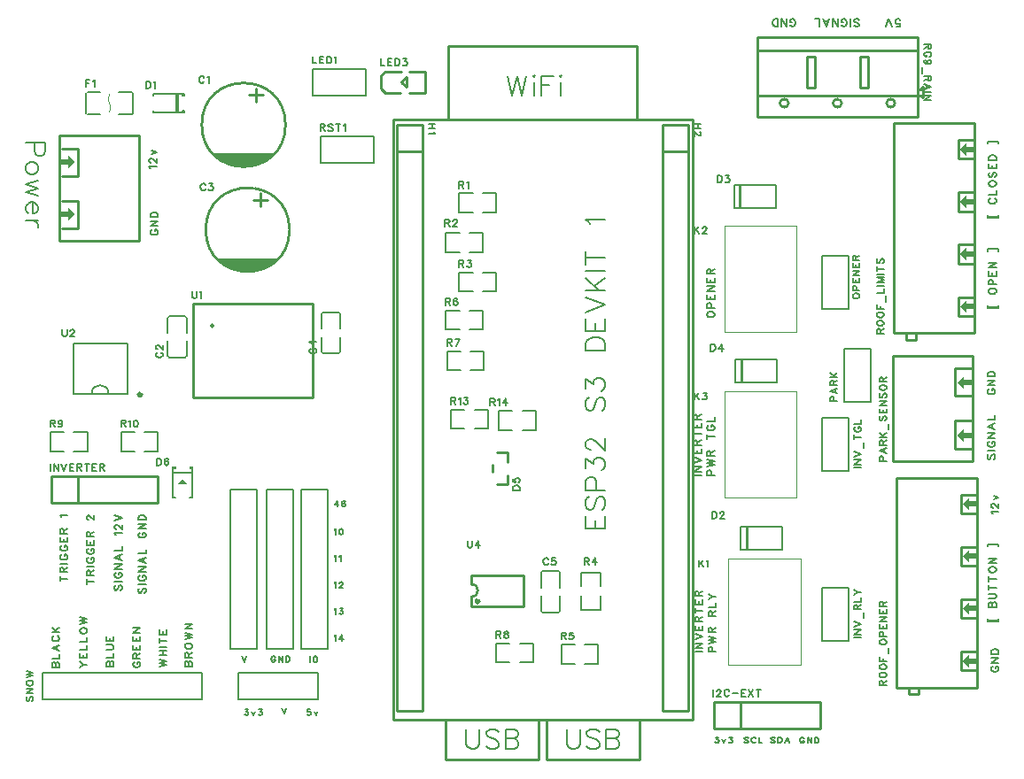
<source format=gto>
G04 Layer: TopSilkscreenLayer*
G04 EasyEDA Pro v2.2.45.4, 2026-01-10 08:56:26*
G04 Gerber Generator version 0.3*
G04 Scale: 100 percent, Rotated: No, Reflected: No*
G04 Dimensions in millimeters*
G04 Leading zeros omitted, absolute positions, 4 integers and 5 decimals*
G04 Generated by one-click*
%FSLAX45Y45*%
%MOMM*%
%ADD10C,0.2032*%
%ADD11C,0.1524*%
%ADD12C,0.152*%
%ADD13C,0.254*%
%ADD14C,0.2*%
%ADD15C,0.0762*%
%ADD16C,0.203*%
%ADD17C,0.1*%
%ADD18C,0.3066*%
%ADD19C,0.3*%
G75*


G04 Text Start*
G54D10*
G01X6665722Y-6174740D02*
G01X6735572Y-6174740D01*
G01X6665722Y-6138418D02*
G01X6735572Y-6138418D01*
G01X6665722Y-6138418D02*
G01X6735572Y-6091682D01*
G01X6665722Y-6091682D02*
G01X6735572Y-6091682D01*
G01X6665722Y-6055360D02*
G01X6735572Y-6028690D01*
G01X6665722Y-6002020D02*
G01X6735572Y-6028690D01*
G01X6665722Y-5965698D02*
G01X6735572Y-5965698D01*
G01X6665722Y-5965698D02*
G01X6665722Y-5922264D01*
G01X6698996Y-5965698D02*
G01X6698996Y-5939028D01*
G01X6735572Y-5965698D02*
G01X6735572Y-5922264D01*
G01X6665722Y-5885942D02*
G01X6735572Y-5885942D01*
G01X6665722Y-5885942D02*
G01X6665722Y-5855970D01*
G01X6669024Y-5845810D01*
G01X6672326Y-5842508D01*
G01X6678930Y-5839206D01*
G01X6685534Y-5839206D01*
G01X6692392Y-5842508D01*
G01X6695694Y-5845810D01*
G01X6698996Y-5855970D01*
G01X6698996Y-5885942D01*
G01X6698996Y-5862574D02*
G01X6735572Y-5839206D01*
G01X6665722Y-5779516D02*
G01X6735572Y-5779516D01*
G01X6665722Y-5802884D02*
G01X6665722Y-5756148D01*
G01X6665722Y-5719826D02*
G01X6735572Y-5719826D01*
G01X6665722Y-5719826D02*
G01X6665722Y-5676392D01*
G01X6698996Y-5719826D02*
G01X6698996Y-5693156D01*
G01X6735572Y-5719826D02*
G01X6735572Y-5676392D01*
G01X6665722Y-5640070D02*
G01X6735572Y-5640070D01*
G01X6665722Y-5640070D02*
G01X6665722Y-5610098D01*
G01X6669024Y-5599938D01*
G01X6672326Y-5596636D01*
G01X6678930Y-5593334D01*
G01X6685534Y-5593334D01*
G01X6692392Y-5596636D01*
G01X6695694Y-5599938D01*
G01X6698996Y-5610098D01*
G01X6698996Y-5640070D01*
G01X6698996Y-5616702D02*
G01X6735572Y-5593334D01*
G01X6792722Y-6174740D02*
G01X6862572Y-6174740D01*
G01X6792722Y-6174740D02*
G01X6792722Y-6144768D01*
G01X6796024Y-6134608D01*
G01X6799326Y-6131306D01*
G01X6805930Y-6128004D01*
G01X6815836Y-6128004D01*
G01X6822694Y-6131306D01*
G01X6825996Y-6134608D01*
G01X6829298Y-6144768D01*
G01X6829298Y-6174740D01*
G01X6792722Y-6091682D02*
G01X6862572Y-6074918D01*
G01X6792722Y-6058408D02*
G01X6862572Y-6074918D01*
G01X6792722Y-6058408D02*
G01X6862572Y-6041644D01*
G01X6792722Y-6024880D02*
G01X6862572Y-6041644D01*
G01X6792722Y-5988558D02*
G01X6862572Y-5988558D01*
G01X6792722Y-5988558D02*
G01X6792722Y-5958586D01*
G01X6796024Y-5948426D01*
G01X6799326Y-5945124D01*
G01X6805930Y-5941822D01*
G01X6812534Y-5941822D01*
G01X6819392Y-5945124D01*
G01X6822694Y-5948426D01*
G01X6825996Y-5958586D01*
G01X6825996Y-5988558D01*
G01X6825996Y-5965190D02*
G01X6862572Y-5941822D01*
G01X6792722Y-5830824D02*
G01X6862572Y-5830824D01*
G01X6792722Y-5830824D02*
G01X6792722Y-5800852D01*
G01X6796024Y-5790692D01*
G01X6799326Y-5787390D01*
G01X6805930Y-5784088D01*
G01X6812534Y-5784088D01*
G01X6819392Y-5787390D01*
G01X6822694Y-5790692D01*
G01X6825996Y-5800852D01*
G01X6825996Y-5830824D01*
G01X6825996Y-5807456D02*
G01X6862572Y-5784088D01*
G01X6792722Y-5747766D02*
G01X6862572Y-5747766D01*
G01X6862572Y-5747766D02*
G01X6862572Y-5707634D01*
G01X6792722Y-5671312D02*
G01X6825996Y-5644642D01*
G01X6862572Y-5644642D01*
G01X6792722Y-5617972D02*
G01X6825996Y-5644642D01*
G01X6653022Y-4485640D02*
G01X6722872Y-4485640D01*
G01X6653022Y-4449318D02*
G01X6722872Y-4449318D01*
G01X6653022Y-4449318D02*
G01X6722872Y-4402582D01*
G01X6653022Y-4402582D02*
G01X6722872Y-4402582D01*
G01X6653022Y-4366260D02*
G01X6722872Y-4339590D01*
G01X6653022Y-4312920D02*
G01X6722872Y-4339590D01*
G01X6653022Y-4276598D02*
G01X6722872Y-4276598D01*
G01X6653022Y-4276598D02*
G01X6653022Y-4233164D01*
G01X6686296Y-4276598D02*
G01X6686296Y-4249928D01*
G01X6722872Y-4276598D02*
G01X6722872Y-4233164D01*
G01X6653022Y-4196842D02*
G01X6722872Y-4196842D01*
G01X6653022Y-4196842D02*
G01X6653022Y-4166870D01*
G01X6656324Y-4156710D01*
G01X6659626Y-4153408D01*
G01X6666230Y-4150106D01*
G01X6672834Y-4150106D01*
G01X6679692Y-4153408D01*
G01X6682994Y-4156710D01*
G01X6686296Y-4166870D01*
G01X6686296Y-4196842D01*
G01X6686296Y-4173474D02*
G01X6722872Y-4150106D01*
G01X6653022Y-4090416D02*
G01X6722872Y-4090416D01*
G01X6653022Y-4113784D02*
G01X6653022Y-4067048D01*
G01X6653022Y-4030726D02*
G01X6722872Y-4030726D01*
G01X6653022Y-4030726D02*
G01X6653022Y-3987292D01*
G01X6686296Y-4030726D02*
G01X6686296Y-4004056D01*
G01X6722872Y-4030726D02*
G01X6722872Y-3987292D01*
G01X6653022Y-3950970D02*
G01X6722872Y-3950970D01*
G01X6653022Y-3950970D02*
G01X6653022Y-3920998D01*
G01X6656324Y-3910838D01*
G01X6659626Y-3907536D01*
G01X6666230Y-3904234D01*
G01X6672834Y-3904234D01*
G01X6679692Y-3907536D01*
G01X6682994Y-3910838D01*
G01X6686296Y-3920998D01*
G01X6686296Y-3950970D01*
G01X6686296Y-3927602D02*
G01X6722872Y-3904234D01*
G01X6780022Y-4485640D02*
G01X6849872Y-4485640D01*
G01X6780022Y-4485640D02*
G01X6780022Y-4455668D01*
G01X6783324Y-4445508D01*
G01X6786626Y-4442206D01*
G01X6793230Y-4438904D01*
G01X6803136Y-4438904D01*
G01X6809994Y-4442206D01*
G01X6813296Y-4445508D01*
G01X6816598Y-4455668D01*
G01X6816598Y-4485640D01*
G01X6780022Y-4402582D02*
G01X6849872Y-4385818D01*
G01X6780022Y-4369308D02*
G01X6849872Y-4385818D01*
G01X6780022Y-4369308D02*
G01X6849872Y-4352544D01*
G01X6780022Y-4335780D02*
G01X6849872Y-4352544D01*
G01X6780022Y-4299458D02*
G01X6849872Y-4299458D01*
G01X6780022Y-4299458D02*
G01X6780022Y-4269486D01*
G01X6783324Y-4259326D01*
G01X6786626Y-4256024D01*
G01X6793230Y-4252722D01*
G01X6799834Y-4252722D01*
G01X6806692Y-4256024D01*
G01X6809994Y-4259326D01*
G01X6813296Y-4269486D01*
G01X6813296Y-4299458D01*
G01X6813296Y-4276090D02*
G01X6849872Y-4252722D01*
G01X6780022Y-4118356D02*
G01X6849872Y-4118356D01*
G01X6780022Y-4141724D02*
G01X6780022Y-4094988D01*
G01X6796532Y-4008628D02*
G01X6789928Y-4011930D01*
G01X6783324Y-4018534D01*
G01X6780022Y-4025392D01*
G01X6780022Y-4038600D01*
G01X6783324Y-4045204D01*
G01X6789928Y-4052062D01*
G01X6796532Y-4055364D01*
G01X6806692Y-4058666D01*
G01X6823202Y-4058666D01*
G01X6833362Y-4055364D01*
G01X6839966Y-4052062D01*
G01X6846570Y-4045204D01*
G01X6849872Y-4038600D01*
G01X6849872Y-4025392D01*
G01X6846570Y-4018534D01*
G01X6839966Y-4011930D01*
G01X6833362Y-4008628D01*
G01X6823202Y-4008628D01*
G01X6823202Y-4025392D02*
G01X6823202Y-4008628D01*
G01X6780022Y-3972306D02*
G01X6849872Y-3972306D01*
G01X6849872Y-3972306D02*
G01X6849872Y-3932174D01*
G01X6780022Y-2954274D02*
G01X6783324Y-2960878D01*
G01X6789928Y-2967736D01*
G01X6796532Y-2971038D01*
G01X6806692Y-2974340D01*
G01X6823202Y-2974340D01*
G01X6833362Y-2971038D01*
G01X6839966Y-2967736D01*
G01X6846570Y-2960878D01*
G01X6849872Y-2954274D01*
G01X6849872Y-2941066D01*
G01X6846570Y-2934208D01*
G01X6839966Y-2927604D01*
G01X6833362Y-2924302D01*
G01X6823202Y-2921000D01*
G01X6806692Y-2921000D01*
G01X6796532Y-2924302D01*
G01X6789928Y-2927604D01*
G01X6783324Y-2934208D01*
G01X6780022Y-2941066D01*
G01X6780022Y-2954274D01*
G01X6780022Y-2884678D02*
G01X6849872Y-2884678D01*
G01X6780022Y-2884678D02*
G01X6780022Y-2854706D01*
G01X6783324Y-2844546D01*
G01X6786626Y-2841244D01*
G01X6793230Y-2837942D01*
G01X6803136Y-2837942D01*
G01X6809994Y-2841244D01*
G01X6813296Y-2844546D01*
G01X6816598Y-2854706D01*
G01X6816598Y-2884678D01*
G01X6780022Y-2801620D02*
G01X6849872Y-2801620D01*
G01X6780022Y-2801620D02*
G01X6780022Y-2758186D01*
G01X6813296Y-2801620D02*
G01X6813296Y-2774950D01*
G01X6849872Y-2801620D02*
G01X6849872Y-2758186D01*
G01X6780022Y-2721864D02*
G01X6849872Y-2721864D01*
G01X6780022Y-2721864D02*
G01X6849872Y-2675128D01*
G01X6780022Y-2675128D02*
G01X6849872Y-2675128D01*
G01X6780022Y-2638806D02*
G01X6849872Y-2638806D01*
G01X6780022Y-2638806D02*
G01X6780022Y-2595372D01*
G01X6813296Y-2638806D02*
G01X6813296Y-2612136D01*
G01X6849872Y-2638806D02*
G01X6849872Y-2595372D01*
G01X6780022Y-2559050D02*
G01X6849872Y-2559050D01*
G01X6780022Y-2559050D02*
G01X6780022Y-2529078D01*
G01X6783324Y-2518918D01*
G01X6786626Y-2515616D01*
G01X6793230Y-2512314D01*
G01X6799834Y-2512314D01*
G01X6806692Y-2515616D01*
G01X6809994Y-2518918D01*
G01X6813296Y-2529078D01*
G01X6813296Y-2559050D01*
G01X6813296Y-2535682D02*
G01X6849872Y-2512314D01*
G01X9512300Y-6315202D02*
G01X9505696Y-6318504D01*
G01X9499092Y-6325108D01*
G01X9495790Y-6331966D01*
G01X9495790Y-6345174D01*
G01X9499092Y-6351778D01*
G01X9505696Y-6358636D01*
G01X9512300Y-6361938D01*
G01X9522460Y-6365240D01*
G01X9538970Y-6365240D01*
G01X9549130Y-6361938D01*
G01X9555734Y-6358636D01*
G01X9562338Y-6351778D01*
G01X9565640Y-6345174D01*
G01X9565640Y-6331966D01*
G01X9562338Y-6325108D01*
G01X9555734Y-6318504D01*
G01X9549130Y-6315202D01*
G01X9538970Y-6315202D01*
G01X9538970Y-6331966D02*
G01X9538970Y-6315202D01*
G01X9495790Y-6278880D02*
G01X9565640Y-6278880D01*
G01X9495790Y-6278880D02*
G01X9565640Y-6232144D01*
G01X9495790Y-6232144D02*
G01X9565640Y-6232144D01*
G01X9495790Y-6195822D02*
G01X9565640Y-6195822D01*
G01X9495790Y-6195822D02*
G01X9495790Y-6172454D01*
G01X9499092Y-6162548D01*
G01X9505696Y-6155690D01*
G01X9512300Y-6152388D01*
G01X9522460Y-6149086D01*
G01X9538970Y-6149086D01*
G01X9549130Y-6152388D01*
G01X9555734Y-6155690D01*
G01X9562338Y-6162548D01*
G01X9565640Y-6172454D01*
G01X9565640Y-6195822D01*
G01X9508998Y-4853940D02*
G01X9505696Y-4847336D01*
G01X9495790Y-4837176D01*
G01X9565640Y-4837176D01*
G01X9512300Y-4797552D02*
G01X9508998Y-4797552D01*
G01X9502394Y-4794250D01*
G01X9499092Y-4790948D01*
G01X9495790Y-4784090D01*
G01X9495790Y-4770882D01*
G01X9499092Y-4764278D01*
G01X9502394Y-4760722D01*
G01X9508998Y-4757420D01*
G01X9515602Y-4757420D01*
G01X9522460Y-4760722D01*
G01X9532366Y-4767580D01*
G01X9565640Y-4800854D01*
G01X9565640Y-4754118D01*
G01X9518904Y-4717796D02*
G01X9565640Y-4697730D01*
G01X9518904Y-4677664D02*
G01X9565640Y-4697730D01*
G01X9458960Y-5882640D02*
G01X9565640Y-5882640D01*
G01X9458960Y-5879338D02*
G01X9565640Y-5879338D01*
G01X9458960Y-5882640D02*
G01X9458960Y-5859272D01*
G01X9565640Y-5882640D02*
G01X9565640Y-5859272D01*
G01X9472422Y-5748274D02*
G01X9542272Y-5748274D01*
G01X9472422Y-5748274D02*
G01X9472422Y-5718302D01*
G01X9475724Y-5708142D01*
G01X9479026Y-5704840D01*
G01X9485630Y-5701538D01*
G01X9492234Y-5701538D01*
G01X9499092Y-5704840D01*
G01X9502394Y-5708142D01*
G01X9505696Y-5718302D01*
G01X9505696Y-5748274D02*
G01X9505696Y-5718302D01*
G01X9508998Y-5708142D01*
G01X9512300Y-5704840D01*
G01X9518904Y-5701538D01*
G01X9529064Y-5701538D01*
G01X9535668Y-5704840D01*
G01X9538970Y-5708142D01*
G01X9542272Y-5718302D01*
G01X9542272Y-5748274D01*
G01X9472422Y-5665216D02*
G01X9522206Y-5665216D01*
G01X9532366Y-5661914D01*
G01X9538970Y-5655310D01*
G01X9542272Y-5645150D01*
G01X9542272Y-5638546D01*
G01X9538970Y-5628640D01*
G01X9532366Y-5621782D01*
G01X9522206Y-5618480D01*
G01X9472422Y-5618480D01*
G01X9472422Y-5558790D02*
G01X9542272Y-5558790D01*
G01X9472422Y-5582158D02*
G01X9472422Y-5535422D01*
G01X9472422Y-5475732D02*
G01X9542272Y-5475732D01*
G01X9472422Y-5499100D02*
G01X9472422Y-5452364D01*
G01X9472422Y-5395976D02*
G01X9475724Y-5402580D01*
G01X9482328Y-5409438D01*
G01X9488932Y-5412740D01*
G01X9499092Y-5416042D01*
G01X9515602Y-5416042D01*
G01X9525762Y-5412740D01*
G01X9532366Y-5409438D01*
G01X9538970Y-5402580D01*
G01X9542272Y-5395976D01*
G01X9542272Y-5382768D01*
G01X9538970Y-5375910D01*
G01X9532366Y-5369306D01*
G01X9525762Y-5366004D01*
G01X9515602Y-5362702D01*
G01X9499092Y-5362702D01*
G01X9488932Y-5366004D01*
G01X9482328Y-5369306D01*
G01X9475724Y-5375910D01*
G01X9472422Y-5382768D01*
G01X9472422Y-5395976D01*
G01X9472422Y-5326380D02*
G01X9542272Y-5326380D01*
G01X9472422Y-5326380D02*
G01X9542272Y-5279644D01*
G01X9472422Y-5279644D02*
G01X9542272Y-5279644D01*
G01X9458960Y-5148580D02*
G01X9565640Y-5148580D01*
G01X9458960Y-5145278D02*
G01X9565640Y-5145278D01*
G01X9458960Y-5168646D02*
G01X9458960Y-5145278D01*
G01X9565640Y-5168646D02*
G01X9565640Y-5145278D01*
G01X9458960Y-2885440D02*
G01X9565640Y-2885440D01*
G01X9458960Y-2882138D02*
G01X9565640Y-2882138D01*
G01X9458960Y-2885440D02*
G01X9458960Y-2862072D01*
G01X9565640Y-2885440D02*
G01X9565640Y-2862072D01*
G01X9472422Y-2731008D02*
G01X9475724Y-2737612D01*
G01X9482328Y-2744470D01*
G01X9488932Y-2747772D01*
G01X9499092Y-2751074D01*
G01X9515602Y-2751074D01*
G01X9525762Y-2747772D01*
G01X9532366Y-2744470D01*
G01X9538970Y-2737612D01*
G01X9542272Y-2731008D01*
G01X9542272Y-2717800D01*
G01X9538970Y-2710942D01*
G01X9532366Y-2704338D01*
G01X9525762Y-2701036D01*
G01X9515602Y-2697734D01*
G01X9499092Y-2697734D01*
G01X9488932Y-2701036D01*
G01X9482328Y-2704338D01*
G01X9475724Y-2710942D01*
G01X9472422Y-2717800D01*
G01X9472422Y-2731008D01*
G01X9472422Y-2661412D02*
G01X9542272Y-2661412D01*
G01X9472422Y-2661412D02*
G01X9472422Y-2631440D01*
G01X9475724Y-2621280D01*
G01X9479026Y-2617978D01*
G01X9485630Y-2614676D01*
G01X9495536Y-2614676D01*
G01X9502394Y-2617978D01*
G01X9505696Y-2621280D01*
G01X9508998Y-2631440D01*
G01X9508998Y-2661412D01*
G01X9472422Y-2578354D02*
G01X9542272Y-2578354D01*
G01X9472422Y-2578354D02*
G01X9472422Y-2534920D01*
G01X9505696Y-2578354D02*
G01X9505696Y-2551684D01*
G01X9542272Y-2578354D02*
G01X9542272Y-2534920D01*
G01X9472422Y-2498598D02*
G01X9542272Y-2498598D01*
G01X9472422Y-2498598D02*
G01X9542272Y-2451862D01*
G01X9472422Y-2451862D02*
G01X9542272Y-2451862D01*
G01X9458960Y-2320798D02*
G01X9565640Y-2320798D01*
G01X9458960Y-2317496D02*
G01X9565640Y-2317496D01*
G01X9458960Y-2340864D02*
G01X9458960Y-2317496D01*
G01X9565640Y-2340864D02*
G01X9565640Y-2317496D01*
G01X9458960Y-2021840D02*
G01X9565640Y-2021840D01*
G01X9458960Y-2018538D02*
G01X9565640Y-2018538D01*
G01X9458960Y-2021840D02*
G01X9458960Y-1998472D01*
G01X9565640Y-2021840D02*
G01X9565640Y-1998472D01*
G01X9488932Y-1837436D02*
G01X9482328Y-1840738D01*
G01X9475724Y-1847342D01*
G01X9472422Y-1854200D01*
G01X9472422Y-1867408D01*
G01X9475724Y-1874012D01*
G01X9482328Y-1880870D01*
G01X9488932Y-1884172D01*
G01X9499092Y-1887474D01*
G01X9515602Y-1887474D01*
G01X9525762Y-1884172D01*
G01X9532366Y-1880870D01*
G01X9538970Y-1874012D01*
G01X9542272Y-1867408D01*
G01X9542272Y-1854200D01*
G01X9538970Y-1847342D01*
G01X9532366Y-1840738D01*
G01X9525762Y-1837436D01*
G01X9472422Y-1801114D02*
G01X9542272Y-1801114D01*
G01X9542272Y-1801114D02*
G01X9542272Y-1760982D01*
G01X9472422Y-1704594D02*
G01X9475724Y-1711198D01*
G01X9482328Y-1718056D01*
G01X9488932Y-1721358D01*
G01X9499092Y-1724660D01*
G01X9515602Y-1724660D01*
G01X9525762Y-1721358D01*
G01X9532366Y-1718056D01*
G01X9538970Y-1711198D01*
G01X9542272Y-1704594D01*
G01X9542272Y-1691386D01*
G01X9538970Y-1684528D01*
G01X9532366Y-1677924D01*
G01X9525762Y-1674622D01*
G01X9515602Y-1671320D01*
G01X9499092Y-1671320D01*
G01X9488932Y-1674622D01*
G01X9482328Y-1677924D01*
G01X9475724Y-1684528D01*
G01X9472422Y-1691386D01*
G01X9472422Y-1704594D01*
G01X9482328Y-1588262D02*
G01X9475724Y-1594866D01*
G01X9472422Y-1605026D01*
G01X9472422Y-1618234D01*
G01X9475724Y-1628394D01*
G01X9482328Y-1634998D01*
G01X9488932Y-1634998D01*
G01X9495536Y-1631696D01*
G01X9499092Y-1628394D01*
G01X9502394Y-1621536D01*
G01X9508998Y-1601724D01*
G01X9512300Y-1594866D01*
G01X9515602Y-1591564D01*
G01X9522206Y-1588262D01*
G01X9532366Y-1588262D01*
G01X9538970Y-1594866D01*
G01X9542272Y-1605026D01*
G01X9542272Y-1618234D01*
G01X9538970Y-1628394D01*
G01X9532366Y-1634998D01*
G01X9472422Y-1551940D02*
G01X9542272Y-1551940D01*
G01X9472422Y-1551940D02*
G01X9472422Y-1508506D01*
G01X9505696Y-1551940D02*
G01X9505696Y-1525270D01*
G01X9542272Y-1551940D02*
G01X9542272Y-1508506D01*
G01X9472422Y-1472184D02*
G01X9542272Y-1472184D01*
G01X9472422Y-1472184D02*
G01X9472422Y-1448816D01*
G01X9475724Y-1438910D01*
G01X9482328Y-1432052D01*
G01X9488932Y-1428750D01*
G01X9499092Y-1425448D01*
G01X9515602Y-1425448D01*
G01X9525762Y-1428750D01*
G01X9532366Y-1432052D01*
G01X9538970Y-1438910D01*
G01X9542272Y-1448816D01*
G01X9542272Y-1472184D01*
G01X9458960Y-1294384D02*
G01X9565640Y-1294384D01*
G01X9458960Y-1291082D02*
G01X9565640Y-1291082D01*
G01X9458960Y-1314450D02*
G01X9458960Y-1291082D01*
G01X9565640Y-1314450D02*
G01X9565640Y-1291082D01*
G01X1459230Y-1551940D02*
G01X1455928Y-1545336D01*
G01X1446022Y-1535176D01*
G01X1515872Y-1535176D01*
G01X1462532Y-1495552D02*
G01X1459230Y-1495552D01*
G01X1452626Y-1492250D01*
G01X1449324Y-1488948D01*
G01X1446022Y-1482090D01*
G01X1446022Y-1468882D01*
G01X1449324Y-1462278D01*
G01X1452626Y-1458722D01*
G01X1459230Y-1455420D01*
G01X1465834Y-1455420D01*
G01X1472692Y-1458722D01*
G01X1482598Y-1465580D01*
G01X1515872Y-1498854D01*
G01X1515872Y-1452118D01*
G01X1469136Y-1415796D02*
G01X1515872Y-1395730D01*
G01X1469136Y-1375664D02*
G01X1515872Y-1395730D01*
G01X1475232Y-2136902D02*
G01X1468628Y-2140204D01*
G01X1462024Y-2146808D01*
G01X1458722Y-2153666D01*
G01X1458722Y-2166874D01*
G01X1462024Y-2173478D01*
G01X1468628Y-2180336D01*
G01X1475232Y-2183638D01*
G01X1485392Y-2186940D01*
G01X1501902Y-2186940D01*
G01X1512062Y-2183638D01*
G01X1518666Y-2180336D01*
G01X1525270Y-2173478D01*
G01X1528572Y-2166874D01*
G01X1528572Y-2153666D01*
G01X1525270Y-2146808D01*
G01X1518666Y-2140204D01*
G01X1512062Y-2136902D01*
G01X1501902Y-2136902D01*
G01X1501902Y-2153666D02*
G01X1501902Y-2136902D01*
G01X1458722Y-2100580D02*
G01X1528572Y-2100580D01*
G01X1458722Y-2100580D02*
G01X1528572Y-2053844D01*
G01X1458722Y-2053844D02*
G01X1528572Y-2053844D01*
G01X1458722Y-2017522D02*
G01X1528572Y-2017522D01*
G01X1458722Y-2017522D02*
G01X1458722Y-1994154D01*
G01X1462024Y-1984248D01*
G01X1468628Y-1977390D01*
G01X1475232Y-1974088D01*
G01X1485392Y-1970786D01*
G01X1501902Y-1970786D01*
G01X1512062Y-1974088D01*
G01X1518666Y-1977390D01*
G01X1525270Y-1984248D01*
G01X1528572Y-1994154D01*
G01X1528572Y-2017522D01*
G01X595122Y-5473700D02*
G01X664972Y-5473700D01*
G01X595122Y-5497068D02*
G01X595122Y-5450332D01*
G01X595122Y-5414010D02*
G01X664972Y-5414010D01*
G01X595122Y-5414010D02*
G01X595122Y-5384038D01*
G01X598424Y-5373878D01*
G01X601726Y-5370576D01*
G01X608330Y-5367274D01*
G01X614934Y-5367274D01*
G01X621792Y-5370576D01*
G01X625094Y-5373878D01*
G01X628396Y-5384038D01*
G01X628396Y-5414010D01*
G01X628396Y-5390642D02*
G01X664972Y-5367274D01*
G01X595122Y-5330952D02*
G01X664972Y-5330952D01*
G01X611632Y-5244592D02*
G01X605028Y-5247894D01*
G01X598424Y-5254498D01*
G01X595122Y-5261356D01*
G01X595122Y-5274564D01*
G01X598424Y-5281168D01*
G01X605028Y-5288026D01*
G01X611632Y-5291328D01*
G01X621792Y-5294630D01*
G01X638302Y-5294630D01*
G01X648462Y-5291328D01*
G01X655066Y-5288026D01*
G01X661670Y-5281168D01*
G01X664972Y-5274564D01*
G01X664972Y-5261356D01*
G01X661670Y-5254498D01*
G01X655066Y-5247894D01*
G01X648462Y-5244592D01*
G01X638302Y-5244592D01*
G01X638302Y-5261356D02*
G01X638302Y-5244592D01*
G01X611632Y-5158232D02*
G01X605028Y-5161534D01*
G01X598424Y-5168138D01*
G01X595122Y-5174996D01*
G01X595122Y-5188204D01*
G01X598424Y-5194808D01*
G01X605028Y-5201666D01*
G01X611632Y-5204968D01*
G01X621792Y-5208270D01*
G01X638302Y-5208270D01*
G01X648462Y-5204968D01*
G01X655066Y-5201666D01*
G01X661670Y-5194808D01*
G01X664972Y-5188204D01*
G01X664972Y-5174996D01*
G01X661670Y-5168138D01*
G01X655066Y-5161534D01*
G01X648462Y-5158232D01*
G01X638302Y-5158232D01*
G01X638302Y-5174996D02*
G01X638302Y-5158232D01*
G01X595122Y-5121910D02*
G01X664972Y-5121910D01*
G01X595122Y-5121910D02*
G01X595122Y-5078476D01*
G01X628396Y-5121910D02*
G01X628396Y-5095240D01*
G01X664972Y-5121910D02*
G01X664972Y-5078476D01*
G01X595122Y-5042154D02*
G01X664972Y-5042154D01*
G01X595122Y-5042154D02*
G01X595122Y-5012182D01*
G01X598424Y-5002022D01*
G01X601726Y-4998720D01*
G01X608330Y-4995418D01*
G01X614934Y-4995418D01*
G01X621792Y-4998720D01*
G01X625094Y-5002022D01*
G01X628396Y-5012182D01*
G01X628396Y-5042154D01*
G01X628396Y-5018786D02*
G01X664972Y-4995418D01*
G01X608330Y-4884420D02*
G01X605028Y-4877816D01*
G01X595122Y-4867656D01*
G01X664972Y-4867656D01*
G01X849122Y-5503672D02*
G01X918972Y-5503672D01*
G01X849122Y-5527040D02*
G01X849122Y-5480304D01*
G01X849122Y-5443982D02*
G01X918972Y-5443982D01*
G01X849122Y-5443982D02*
G01X849122Y-5414010D01*
G01X852424Y-5403850D01*
G01X855726Y-5400548D01*
G01X862330Y-5397246D01*
G01X868934Y-5397246D01*
G01X875792Y-5400548D01*
G01X879094Y-5403850D01*
G01X882396Y-5414010D01*
G01X882396Y-5443982D01*
G01X882396Y-5420614D02*
G01X918972Y-5397246D01*
G01X849122Y-5360924D02*
G01X918972Y-5360924D01*
G01X865632Y-5274564D02*
G01X859028Y-5277866D01*
G01X852424Y-5284470D01*
G01X849122Y-5291328D01*
G01X849122Y-5304536D01*
G01X852424Y-5311140D01*
G01X859028Y-5317998D01*
G01X865632Y-5321300D01*
G01X875792Y-5324602D01*
G01X892302Y-5324602D01*
G01X902462Y-5321300D01*
G01X909066Y-5317998D01*
G01X915670Y-5311140D01*
G01X918972Y-5304536D01*
G01X918972Y-5291328D01*
G01X915670Y-5284470D01*
G01X909066Y-5277866D01*
G01X902462Y-5274564D01*
G01X892302Y-5274564D01*
G01X892302Y-5291328D02*
G01X892302Y-5274564D01*
G01X865632Y-5188204D02*
G01X859028Y-5191506D01*
G01X852424Y-5198110D01*
G01X849122Y-5204968D01*
G01X849122Y-5218176D01*
G01X852424Y-5224780D01*
G01X859028Y-5231638D01*
G01X865632Y-5234940D01*
G01X875792Y-5238242D01*
G01X892302Y-5238242D01*
G01X902462Y-5234940D01*
G01X909066Y-5231638D01*
G01X915670Y-5224780D01*
G01X918972Y-5218176D01*
G01X918972Y-5204968D01*
G01X915670Y-5198110D01*
G01X909066Y-5191506D01*
G01X902462Y-5188204D01*
G01X892302Y-5188204D01*
G01X892302Y-5204968D02*
G01X892302Y-5188204D01*
G01X849122Y-5151882D02*
G01X918972Y-5151882D01*
G01X849122Y-5151882D02*
G01X849122Y-5108448D01*
G01X882396Y-5151882D02*
G01X882396Y-5125212D01*
G01X918972Y-5151882D02*
G01X918972Y-5108448D01*
G01X849122Y-5072126D02*
G01X918972Y-5072126D01*
G01X849122Y-5072126D02*
G01X849122Y-5042154D01*
G01X852424Y-5031994D01*
G01X855726Y-5028692D01*
G01X862330Y-5025390D01*
G01X868934Y-5025390D01*
G01X875792Y-5028692D01*
G01X879094Y-5031994D01*
G01X882396Y-5042154D01*
G01X882396Y-5072126D01*
G01X882396Y-5048758D02*
G01X918972Y-5025390D01*
G01X865632Y-4911090D02*
G01X862330Y-4911090D01*
G01X855726Y-4907788D01*
G01X852424Y-4904486D01*
G01X849122Y-4897628D01*
G01X849122Y-4884420D01*
G01X852424Y-4877816D01*
G01X855726Y-4874260D01*
G01X862330Y-4870958D01*
G01X868934Y-4870958D01*
G01X875792Y-4874260D01*
G01X885698Y-4881118D01*
G01X918972Y-4914392D01*
G01X918972Y-4867656D01*
G01X1125728Y-5539994D02*
G01X1119124Y-5546598D01*
G01X1115822Y-5556758D01*
G01X1115822Y-5569966D01*
G01X1119124Y-5580126D01*
G01X1125728Y-5586730D01*
G01X1132332Y-5586730D01*
G01X1138936Y-5583428D01*
G01X1142492Y-5580126D01*
G01X1145794Y-5573268D01*
G01X1152398Y-5553456D01*
G01X1155700Y-5546598D01*
G01X1159002Y-5543296D01*
G01X1165606Y-5539994D01*
G01X1175766Y-5539994D01*
G01X1182370Y-5546598D01*
G01X1185672Y-5556758D01*
G01X1185672Y-5569966D01*
G01X1182370Y-5580126D01*
G01X1175766Y-5586730D01*
G01X1115822Y-5503672D02*
G01X1185672Y-5503672D01*
G01X1132332Y-5417312D02*
G01X1125728Y-5420614D01*
G01X1119124Y-5427218D01*
G01X1115822Y-5434076D01*
G01X1115822Y-5447284D01*
G01X1119124Y-5453888D01*
G01X1125728Y-5460746D01*
G01X1132332Y-5464048D01*
G01X1142492Y-5467350D01*
G01X1159002Y-5467350D01*
G01X1169162Y-5464048D01*
G01X1175766Y-5460746D01*
G01X1182370Y-5453888D01*
G01X1185672Y-5447284D01*
G01X1185672Y-5434076D01*
G01X1182370Y-5427218D01*
G01X1175766Y-5420614D01*
G01X1169162Y-5417312D01*
G01X1159002Y-5417312D01*
G01X1159002Y-5434076D02*
G01X1159002Y-5417312D01*
G01X1115822Y-5380990D02*
G01X1185672Y-5380990D01*
G01X1115822Y-5380990D02*
G01X1185672Y-5334254D01*
G01X1115822Y-5334254D02*
G01X1185672Y-5334254D01*
G01X1115822Y-5271262D02*
G01X1185672Y-5297932D01*
G01X1115822Y-5271262D02*
G01X1185672Y-5244592D01*
G01X1162304Y-5288026D02*
G01X1162304Y-5254498D01*
G01X1115822Y-5208270D02*
G01X1185672Y-5208270D01*
G01X1185672Y-5208270D02*
G01X1185672Y-5168138D01*
G01X1129030Y-5057140D02*
G01X1125728Y-5050536D01*
G01X1115822Y-5040376D01*
G01X1185672Y-5040376D01*
G01X1132332Y-5000752D02*
G01X1129030Y-5000752D01*
G01X1122426Y-4997450D01*
G01X1119124Y-4994148D01*
G01X1115822Y-4987290D01*
G01X1115822Y-4974082D01*
G01X1119124Y-4967478D01*
G01X1122426Y-4963922D01*
G01X1129030Y-4960620D01*
G01X1135634Y-4960620D01*
G01X1142492Y-4963922D01*
G01X1152398Y-4970780D01*
G01X1185672Y-5004054D01*
G01X1185672Y-4957318D01*
G01X1115822Y-4920996D02*
G01X1185672Y-4894326D01*
G01X1115822Y-4867656D02*
G01X1185672Y-4894326D01*
G01X1354328Y-5566664D02*
G01X1347724Y-5573268D01*
G01X1344422Y-5583428D01*
G01X1344422Y-5596636D01*
G01X1347724Y-5606796D01*
G01X1354328Y-5613400D01*
G01X1360932Y-5613400D01*
G01X1367536Y-5610098D01*
G01X1371092Y-5606796D01*
G01X1374394Y-5599938D01*
G01X1380998Y-5580126D01*
G01X1384300Y-5573268D01*
G01X1387602Y-5569966D01*
G01X1394206Y-5566664D01*
G01X1404366Y-5566664D01*
G01X1410970Y-5573268D01*
G01X1414272Y-5583428D01*
G01X1414272Y-5596636D01*
G01X1410970Y-5606796D01*
G01X1404366Y-5613400D01*
G01X1344422Y-5530342D02*
G01X1414272Y-5530342D01*
G01X1360932Y-5443982D02*
G01X1354328Y-5447284D01*
G01X1347724Y-5453888D01*
G01X1344422Y-5460746D01*
G01X1344422Y-5473954D01*
G01X1347724Y-5480558D01*
G01X1354328Y-5487416D01*
G01X1360932Y-5490718D01*
G01X1371092Y-5494020D01*
G01X1387602Y-5494020D01*
G01X1397762Y-5490718D01*
G01X1404366Y-5487416D01*
G01X1410970Y-5480558D01*
G01X1414272Y-5473954D01*
G01X1414272Y-5460746D01*
G01X1410970Y-5453888D01*
G01X1404366Y-5447284D01*
G01X1397762Y-5443982D01*
G01X1387602Y-5443982D01*
G01X1387602Y-5460746D02*
G01X1387602Y-5443982D01*
G01X1344422Y-5407660D02*
G01X1414272Y-5407660D01*
G01X1344422Y-5407660D02*
G01X1414272Y-5360924D01*
G01X1344422Y-5360924D02*
G01X1414272Y-5360924D01*
G01X1344422Y-5297932D02*
G01X1414272Y-5324602D01*
G01X1344422Y-5297932D02*
G01X1414272Y-5271262D01*
G01X1390904Y-5314696D02*
G01X1390904Y-5281168D01*
G01X1344422Y-5234940D02*
G01X1414272Y-5234940D01*
G01X1414272Y-5234940D02*
G01X1414272Y-5194808D01*
G01X1360932Y-5033772D02*
G01X1354328Y-5037074D01*
G01X1347724Y-5043678D01*
G01X1344422Y-5050536D01*
G01X1344422Y-5063744D01*
G01X1347724Y-5070348D01*
G01X1354328Y-5077206D01*
G01X1360932Y-5080508D01*
G01X1371092Y-5083810D01*
G01X1387602Y-5083810D01*
G01X1397762Y-5080508D01*
G01X1404366Y-5077206D01*
G01X1410970Y-5070348D01*
G01X1414272Y-5063744D01*
G01X1414272Y-5050536D01*
G01X1410970Y-5043678D01*
G01X1404366Y-5037074D01*
G01X1397762Y-5033772D01*
G01X1387602Y-5033772D01*
G01X1387602Y-5050536D02*
G01X1387602Y-5033772D01*
G01X1344422Y-4997450D02*
G01X1414272Y-4997450D01*
G01X1344422Y-4997450D02*
G01X1414272Y-4950714D01*
G01X1344422Y-4950714D02*
G01X1414272Y-4950714D01*
G01X1344422Y-4914392D02*
G01X1414272Y-4914392D01*
G01X1344422Y-4914392D02*
G01X1344422Y-4891024D01*
G01X1347724Y-4881118D01*
G01X1354328Y-4874260D01*
G01X1360932Y-4870958D01*
G01X1371092Y-4867656D01*
G01X1387602Y-4867656D01*
G01X1397762Y-4870958D01*
G01X1404366Y-4874260D01*
G01X1410970Y-4881118D01*
G01X1414272Y-4891024D01*
G01X1414272Y-4914392D01*
G01X2364740Y-6725920D02*
G01X2392680Y-6725920D01*
G01X2377440Y-6746240D01*
G01X2385060Y-6746240D01*
G01X2390140Y-6748780D01*
G01X2392680Y-6751320D01*
G01X2395220Y-6758940D01*
G01X2395220Y-6764020D01*
G01X2392680Y-6771640D01*
G01X2387600Y-6776720D01*
G01X2379980Y-6779260D01*
G01X2372360Y-6779260D01*
G01X2364740Y-6776720D01*
G01X2362200Y-6774180D01*
G01X2359660Y-6769100D01*
G01X2427732Y-6743700D02*
G01X2442972Y-6779260D01*
G01X2458212Y-6743700D02*
G01X2442972Y-6779260D01*
G01X2495804Y-6725920D02*
G01X2523744Y-6725920D01*
G01X2508504Y-6746240D01*
G01X2516124Y-6746240D01*
G01X2521204Y-6748780D01*
G01X2523744Y-6751320D01*
G01X2526284Y-6758940D01*
G01X2526284Y-6764020D01*
G01X2523744Y-6771640D01*
G01X2518664Y-6776720D01*
G01X2511044Y-6779260D01*
G01X2503424Y-6779260D01*
G01X2495804Y-6776720D01*
G01X2493264Y-6774180D01*
G01X2490724Y-6769100D01*
G01X2987040Y-6725920D02*
G01X2961640Y-6725920D01*
G01X2959100Y-6748780D01*
G01X2961640Y-6746240D01*
G01X2969260Y-6743700D01*
G01X2976880Y-6743700D01*
G01X2984500Y-6746240D01*
G01X2989580Y-6751320D01*
G01X2992120Y-6758940D01*
G01X2992120Y-6764020D01*
G01X2989580Y-6771640D01*
G01X2984500Y-6776720D01*
G01X2976880Y-6779260D01*
G01X2969260Y-6779260D01*
G01X2961640Y-6776720D01*
G01X2959100Y-6774180D01*
G01X2956560Y-6769100D01*
G01X3024632Y-6743700D02*
G01X3039872Y-6779260D01*
G01X3055112Y-6743700D02*
G01X3039872Y-6779260D01*
G01X6861556Y-6992620D02*
G01X6889496Y-6992620D01*
G01X6874256Y-7012940D01*
G01X6881876Y-7012940D01*
G01X6886956Y-7015480D01*
G01X6889496Y-7018020D01*
G01X6892036Y-7025640D01*
G01X6892036Y-7030720D01*
G01X6889496Y-7038340D01*
G01X6884416Y-7043420D01*
G01X6876796Y-7045960D01*
G01X6869176Y-7045960D01*
G01X6861556Y-7043420D01*
G01X6859016Y-7040880D01*
G01X6856476Y-7035800D01*
G01X6924548Y-7010400D02*
G01X6939788Y-7045960D01*
G01X6955028Y-7010400D02*
G01X6939788Y-7045960D01*
G01X6992620Y-6992620D02*
G01X7020560Y-6992620D01*
G01X7005320Y-7012940D01*
G01X7012940Y-7012940D01*
G01X7018020Y-7015480D01*
G01X7020560Y-7018020D01*
G01X7023100Y-7025640D01*
G01X7023100Y-7030720D01*
G01X7020560Y-7038340D01*
G01X7015480Y-7043420D01*
G01X7007860Y-7045960D01*
G01X7000240Y-7045960D01*
G01X6992620Y-7043420D01*
G01X6990080Y-7040880D01*
G01X6987540Y-7035800D01*
G01X7706360Y-7005320D02*
G01X7703820Y-7000240D01*
G01X7698740Y-6995160D01*
G01X7693660Y-6992620D01*
G01X7683500Y-6992620D01*
G01X7678420Y-6995160D01*
G01X7673340Y-7000240D01*
G01X7670800Y-7005320D01*
G01X7668260Y-7012940D01*
G01X7668260Y-7025640D01*
G01X7670800Y-7033260D01*
G01X7673340Y-7038340D01*
G01X7678420Y-7043420D01*
G01X7683500Y-7045960D01*
G01X7693660Y-7045960D01*
G01X7698740Y-7043420D01*
G01X7703820Y-7038340D01*
G01X7706360Y-7033260D01*
G01X7706360Y-7025640D01*
G01X7693660Y-7025640D02*
G01X7706360Y-7025640D01*
G01X7738872Y-6992620D02*
G01X7738872Y-7045960D01*
G01X7738872Y-6992620D02*
G01X7774432Y-7045960D01*
G01X7774432Y-6992620D02*
G01X7774432Y-7045960D01*
G01X7806944Y-6992620D02*
G01X7806944Y-7045960D01*
G01X7806944Y-6992620D02*
G01X7824724Y-6992620D01*
G01X7832344Y-6995160D01*
G01X7837424Y-7000240D01*
G01X7839964Y-7005320D01*
G01X7842504Y-7012940D01*
G01X7842504Y-7025640D01*
G01X7839964Y-7033260D01*
G01X7837424Y-7038340D01*
G01X7832344Y-7043420D01*
G01X7824724Y-7045960D01*
G01X7806944Y-7045960D01*
G01X7171436Y-7000240D02*
G01X7166356Y-6995160D01*
G01X7158736Y-6992620D01*
G01X7148576Y-6992620D01*
G01X7140956Y-6995160D01*
G01X7135876Y-7000240D01*
G01X7135876Y-7005320D01*
G01X7138416Y-7010400D01*
G01X7140956Y-7012940D01*
G01X7146036Y-7015480D01*
G01X7161276Y-7020560D01*
G01X7166356Y-7023100D01*
G01X7168896Y-7025640D01*
G01X7171436Y-7030720D01*
G01X7171436Y-7038340D01*
G01X7166356Y-7043420D01*
G01X7158736Y-7045960D01*
G01X7148576Y-7045960D01*
G01X7140956Y-7043420D01*
G01X7135876Y-7038340D01*
G01X7242048Y-7005320D02*
G01X7239508Y-7000240D01*
G01X7234428Y-6995160D01*
G01X7229348Y-6992620D01*
G01X7219188Y-6992620D01*
G01X7214108Y-6995160D01*
G01X7209028Y-7000240D01*
G01X7206488Y-7005320D01*
G01X7203948Y-7012940D01*
G01X7203948Y-7025640D01*
G01X7206488Y-7033260D01*
G01X7209028Y-7038340D01*
G01X7214108Y-7043420D01*
G01X7219188Y-7045960D01*
G01X7229348Y-7045960D01*
G01X7234428Y-7043420D01*
G01X7239508Y-7038340D01*
G01X7242048Y-7033260D01*
G01X7274560Y-6992620D02*
G01X7274560Y-7045960D01*
G01X7274560Y-7045960D02*
G01X7305040Y-7045960D01*
G01X7425436Y-7000240D02*
G01X7420356Y-6995160D01*
G01X7412736Y-6992620D01*
G01X7402576Y-6992620D01*
G01X7394956Y-6995160D01*
G01X7389876Y-7000240D01*
G01X7389876Y-7005320D01*
G01X7392416Y-7010400D01*
G01X7394956Y-7012940D01*
G01X7400036Y-7015480D01*
G01X7415276Y-7020560D01*
G01X7420356Y-7023100D01*
G01X7422896Y-7025640D01*
G01X7425436Y-7030720D01*
G01X7425436Y-7038340D01*
G01X7420356Y-7043420D01*
G01X7412736Y-7045960D01*
G01X7402576Y-7045960D01*
G01X7394956Y-7043420D01*
G01X7389876Y-7038340D01*
G01X7457948Y-6992620D02*
G01X7457948Y-7045960D01*
G01X7457948Y-6992620D02*
G01X7475728Y-6992620D01*
G01X7483348Y-6995160D01*
G01X7488428Y-7000240D01*
G01X7490968Y-7005320D01*
G01X7493508Y-7012940D01*
G01X7493508Y-7025640D01*
G01X7490968Y-7033260D01*
G01X7488428Y-7038340D01*
G01X7483348Y-7043420D01*
G01X7475728Y-7045960D01*
G01X7457948Y-7045960D01*
G01X7546340Y-6992620D02*
G01X7526020Y-7045960D01*
G01X7546340Y-6992620D02*
G01X7566660Y-7045960D01*
G01X7533640Y-7028180D02*
G01X7559040Y-7028180D01*
G01X2715260Y-6713220D02*
G01X2735580Y-6766560D01*
G01X2755900Y-6713220D02*
G01X2735580Y-6766560D01*
G01X2334260Y-6217920D02*
G01X2354580Y-6271260D01*
G01X2374900Y-6217920D02*
G01X2354580Y-6271260D01*
G01X2651760Y-6230620D02*
G01X2649220Y-6225540D01*
G01X2644140Y-6220460D01*
G01X2639060Y-6217920D01*
G01X2628900Y-6217920D01*
G01X2623820Y-6220460D01*
G01X2618740Y-6225540D01*
G01X2616200Y-6230620D01*
G01X2613660Y-6238240D01*
G01X2613660Y-6250940D01*
G01X2616200Y-6258560D01*
G01X2618740Y-6263640D01*
G01X2623820Y-6268720D01*
G01X2628900Y-6271260D01*
G01X2639060Y-6271260D01*
G01X2644140Y-6268720D01*
G01X2649220Y-6263640D01*
G01X2651760Y-6258560D01*
G01X2651760Y-6250940D01*
G01X2639060Y-6250940D02*
G01X2651760Y-6250940D01*
G01X2684272Y-6217920D02*
G01X2684272Y-6271260D01*
G01X2684272Y-6217920D02*
G01X2719832Y-6271260D01*
G01X2719832Y-6217920D02*
G01X2719832Y-6271260D01*
G01X2752344Y-6217920D02*
G01X2752344Y-6271260D01*
G01X2752344Y-6217920D02*
G01X2770124Y-6217920D01*
G01X2777744Y-6220460D01*
G01X2782824Y-6225540D01*
G01X2785364Y-6230620D01*
G01X2787904Y-6238240D01*
G01X2787904Y-6250940D01*
G01X2785364Y-6258560D01*
G01X2782824Y-6263640D01*
G01X2777744Y-6268720D01*
G01X2770124Y-6271260D01*
G01X2752344Y-6271260D01*
G01X2981960Y-6217920D02*
G01X2981960Y-6271260D01*
G01X3029712Y-6217920D02*
G01X3024632Y-6220460D01*
G01X3019552Y-6225540D01*
G01X3017012Y-6230620D01*
G01X3014472Y-6238240D01*
G01X3014472Y-6250940D01*
G01X3017012Y-6258560D01*
G01X3019552Y-6263640D01*
G01X3024632Y-6268720D01*
G01X3029712Y-6271260D01*
G01X3039872Y-6271260D01*
G01X3044952Y-6268720D01*
G01X3050032Y-6263640D01*
G01X3052572Y-6258560D01*
G01X3055112Y-6250940D01*
G01X3055112Y-6238240D01*
G01X3052572Y-6230620D01*
G01X3050032Y-6225540D01*
G01X3044952Y-6220460D01*
G01X3039872Y-6217920D01*
G01X3029712Y-6217920D01*
G01X3218688Y-6024880D02*
G01X3223768Y-6022340D01*
G01X3231388Y-6014720D01*
G01X3231388Y-6068060D01*
G01X3289300Y-6014720D02*
G01X3263900Y-6050280D01*
G01X3302000Y-6050280D01*
G01X3289300Y-6014720D02*
G01X3289300Y-6068060D01*
G01X3218688Y-5770880D02*
G01X3223768Y-5768340D01*
G01X3231388Y-5760720D01*
G01X3231388Y-5814060D01*
G01X3268980Y-5760720D02*
G01X3296920Y-5760720D01*
G01X3281680Y-5781040D01*
G01X3289300Y-5781040D01*
G01X3294380Y-5783580D01*
G01X3296920Y-5786120D01*
G01X3299460Y-5793740D01*
G01X3299460Y-5798820D01*
G01X3296920Y-5806440D01*
G01X3291840Y-5811520D01*
G01X3284220Y-5814060D01*
G01X3276600Y-5814060D01*
G01X3268980Y-5811520D01*
G01X3266440Y-5808980D01*
G01X3263900Y-5803900D01*
G01X3218688Y-5008880D02*
G01X3223768Y-5006340D01*
G01X3231388Y-4998720D01*
G01X3231388Y-5052060D01*
G01X3279140Y-4998720D02*
G01X3271520Y-5001260D01*
G01X3266440Y-5008880D01*
G01X3263900Y-5021580D01*
G01X3263900Y-5029200D01*
G01X3266440Y-5041900D01*
G01X3271520Y-5049520D01*
G01X3279140Y-5052060D01*
G01X3284220Y-5052060D01*
G01X3291840Y-5049520D01*
G01X3296920Y-5041900D01*
G01X3299460Y-5029200D01*
G01X3299460Y-5021580D01*
G01X3296920Y-5008880D01*
G01X3291840Y-5001260D01*
G01X3284220Y-4998720D01*
G01X3279140Y-4998720D01*
G01X3218688Y-5262880D02*
G01X3223768Y-5260340D01*
G01X3231388Y-5252720D01*
G01X3231388Y-5306060D01*
G01X3263900Y-5262880D02*
G01X3268980Y-5260340D01*
G01X3276600Y-5252720D01*
G01X3276600Y-5306060D01*
G01X3218688Y-5516880D02*
G01X3223768Y-5514340D01*
G01X3231388Y-5506720D01*
G01X3231388Y-5560060D01*
G01X3266440Y-5519420D02*
G01X3266440Y-5516880D01*
G01X3268980Y-5511800D01*
G01X3271520Y-5509260D01*
G01X3276600Y-5506720D01*
G01X3286760Y-5506720D01*
G01X3291840Y-5509260D01*
G01X3294380Y-5511800D01*
G01X3296920Y-5516880D01*
G01X3296920Y-5521960D01*
G01X3294380Y-5527040D01*
G01X3289300Y-5534660D01*
G01X3263900Y-5560060D01*
G01X3299460Y-5560060D01*
G01X3244088Y-4732020D02*
G01X3218688Y-4767580D01*
G01X3256788Y-4767580D01*
G01X3244088Y-4732020D02*
G01X3244088Y-4785360D01*
G01X3319780Y-4739640D02*
G01X3317240Y-4734560D01*
G01X3309620Y-4732020D01*
G01X3304540Y-4732020D01*
G01X3296920Y-4734560D01*
G01X3291840Y-4742180D01*
G01X3289300Y-4754880D01*
G01X3289300Y-4767580D01*
G01X3291840Y-4777740D01*
G01X3296920Y-4782820D01*
G01X3304540Y-4785360D01*
G01X3307080Y-4785360D01*
G01X3314700Y-4782820D01*
G01X3319780Y-4777740D01*
G01X3322320Y-4770120D01*
G01X3322320Y-4767580D01*
G01X3319780Y-4759960D01*
G01X3314700Y-4754880D01*
G01X3307080Y-4752340D01*
G01X3304540Y-4752340D01*
G01X3296920Y-4754880D01*
G01X3291840Y-4759960D01*
G01X3289300Y-4767580D01*
G01X7572502Y-175768D02*
G01X7575804Y-182372D01*
G01X7582408Y-188976D01*
G01X7589266Y-192278D01*
G01X7602474Y-192278D01*
G01X7609078Y-188976D01*
G01X7615936Y-182372D01*
G01X7619238Y-175768D01*
G01X7622540Y-165608D01*
G01X7622540Y-149098D01*
G01X7619238Y-138938D01*
G01X7615936Y-132334D01*
G01X7609078Y-125730D01*
G01X7602474Y-122428D01*
G01X7589266Y-122428D01*
G01X7582408Y-125730D01*
G01X7575804Y-132334D01*
G01X7572502Y-138938D01*
G01X7572502Y-149098D01*
G01X7589266Y-149098D02*
G01X7572502Y-149098D01*
G01X7536180Y-192278D02*
G01X7536180Y-122428D01*
G01X7536180Y-192278D02*
G01X7489444Y-122428D01*
G01X7489444Y-192278D02*
G01X7489444Y-122428D01*
G01X7453122Y-192278D02*
G01X7453122Y-122428D01*
G01X7453122Y-192278D02*
G01X7429754Y-192278D01*
G01X7419848Y-188976D01*
G01X7412990Y-182372D01*
G01X7409688Y-175768D01*
G01X7406386Y-165608D01*
G01X7406386Y-149098D01*
G01X7409688Y-138938D01*
G01X7412990Y-132334D01*
G01X7419848Y-125730D01*
G01X7429754Y-122428D01*
G01X7453122Y-122428D01*
G01X9476232Y-3660902D02*
G01X9469628Y-3664204D01*
G01X9463024Y-3670808D01*
G01X9459722Y-3677666D01*
G01X9459722Y-3690874D01*
G01X9463024Y-3697478D01*
G01X9469628Y-3704336D01*
G01X9476232Y-3707638D01*
G01X9486392Y-3710940D01*
G01X9502902Y-3710940D01*
G01X9513062Y-3707638D01*
G01X9519666Y-3704336D01*
G01X9526270Y-3697478D01*
G01X9529572Y-3690874D01*
G01X9529572Y-3677666D01*
G01X9526270Y-3670808D01*
G01X9519666Y-3664204D01*
G01X9513062Y-3660902D01*
G01X9502902Y-3660902D01*
G01X9502902Y-3677666D02*
G01X9502902Y-3660902D01*
G01X9459722Y-3624580D02*
G01X9529572Y-3624580D01*
G01X9459722Y-3624580D02*
G01X9529572Y-3577844D01*
G01X9459722Y-3577844D02*
G01X9529572Y-3577844D01*
G01X9459722Y-3541522D02*
G01X9529572Y-3541522D01*
G01X9459722Y-3541522D02*
G01X9459722Y-3518154D01*
G01X9463024Y-3508248D01*
G01X9469628Y-3501390D01*
G01X9476232Y-3498088D01*
G01X9486392Y-3494786D01*
G01X9502902Y-3494786D01*
G01X9513062Y-3498088D01*
G01X9519666Y-3501390D01*
G01X9526270Y-3508248D01*
G01X9529572Y-3518154D01*
G01X9529572Y-3541522D01*
G01X1787208Y-6312725D02*
G01X1857058Y-6312725D01*
G01X1787208Y-6312725D02*
G01X1787208Y-6282753D01*
G01X1790510Y-6272593D01*
G01X1793812Y-6269291D01*
G01X1800416Y-6265989D01*
G01X1807020Y-6265989D01*
G01X1813878Y-6269291D01*
G01X1817180Y-6272593D01*
G01X1820482Y-6282753D01*
G01X1820482Y-6312725D02*
G01X1820482Y-6282753D01*
G01X1823784Y-6272593D01*
G01X1827086Y-6269291D01*
G01X1833690Y-6265989D01*
G01X1843850Y-6265989D01*
G01X1850454Y-6269291D01*
G01X1853756Y-6272593D01*
G01X1857058Y-6282753D01*
G01X1857058Y-6312725D01*
G01X1787208Y-6229667D02*
G01X1857058Y-6229667D01*
G01X1787208Y-6229667D02*
G01X1787208Y-6199695D01*
G01X1790510Y-6189535D01*
G01X1793812Y-6186233D01*
G01X1800416Y-6182931D01*
G01X1807020Y-6182931D01*
G01X1813878Y-6186233D01*
G01X1817180Y-6189535D01*
G01X1820482Y-6199695D01*
G01X1820482Y-6229667D01*
G01X1820482Y-6206299D02*
G01X1857058Y-6182931D01*
G01X1787208Y-6126543D02*
G01X1790510Y-6133147D01*
G01X1797114Y-6140005D01*
G01X1803718Y-6143307D01*
G01X1813878Y-6146609D01*
G01X1830388Y-6146609D01*
G01X1840548Y-6143307D01*
G01X1847152Y-6140005D01*
G01X1853756Y-6133147D01*
G01X1857058Y-6126543D01*
G01X1857058Y-6113335D01*
G01X1853756Y-6106477D01*
G01X1847152Y-6099873D01*
G01X1840548Y-6096571D01*
G01X1830388Y-6093269D01*
G01X1813878Y-6093269D01*
G01X1803718Y-6096571D01*
G01X1797114Y-6099873D01*
G01X1790510Y-6106477D01*
G01X1787208Y-6113335D01*
G01X1787208Y-6126543D01*
G01X1787208Y-6056947D02*
G01X1857058Y-6040183D01*
G01X1787208Y-6023673D02*
G01X1857058Y-6040183D01*
G01X1787208Y-6023673D02*
G01X1857058Y-6006909D01*
G01X1787208Y-5990145D02*
G01X1857058Y-6006909D01*
G01X1787208Y-5953823D02*
G01X1857058Y-5953823D01*
G01X1787208Y-5953823D02*
G01X1857058Y-5907087D01*
G01X1787208Y-5907087D02*
G01X1857058Y-5907087D01*
G01X1545908Y-6312725D02*
G01X1615758Y-6295961D01*
G01X1545908Y-6279451D02*
G01X1615758Y-6295961D01*
G01X1545908Y-6279451D02*
G01X1615758Y-6262687D01*
G01X1545908Y-6245923D02*
G01X1615758Y-6262687D01*
G01X1545908Y-6209601D02*
G01X1615758Y-6209601D01*
G01X1545908Y-6162865D02*
G01X1615758Y-6162865D01*
G01X1579182Y-6209601D02*
G01X1579182Y-6162865D01*
G01X1545908Y-6126543D02*
G01X1615758Y-6126543D01*
G01X1545908Y-6066853D02*
G01X1615758Y-6066853D01*
G01X1545908Y-6090221D02*
G01X1545908Y-6043485D01*
G01X1545908Y-6007163D02*
G01X1615758Y-6007163D01*
G01X1545908Y-6007163D02*
G01X1545908Y-5963729D01*
G01X1579182Y-6007163D02*
G01X1579182Y-5980493D01*
G01X1615758Y-6007163D02*
G01X1615758Y-5963729D01*
G01X1308418Y-6272466D02*
G01X1301814Y-6275768D01*
G01X1295210Y-6282372D01*
G01X1291908Y-6289230D01*
G01X1291908Y-6302438D01*
G01X1295210Y-6309042D01*
G01X1301814Y-6315900D01*
G01X1308418Y-6319202D01*
G01X1318578Y-6322504D01*
G01X1335088Y-6322504D01*
G01X1345248Y-6319202D01*
G01X1351852Y-6315900D01*
G01X1358456Y-6309042D01*
G01X1361758Y-6302438D01*
G01X1361758Y-6289230D01*
G01X1358456Y-6282372D01*
G01X1351852Y-6275768D01*
G01X1345248Y-6272466D01*
G01X1335088Y-6272466D01*
G01X1335088Y-6289230D02*
G01X1335088Y-6272466D01*
G01X1291908Y-6236144D02*
G01X1361758Y-6236144D01*
G01X1291908Y-6236144D02*
G01X1291908Y-6206172D01*
G01X1295210Y-6196012D01*
G01X1298512Y-6192710D01*
G01X1305116Y-6189408D01*
G01X1311720Y-6189408D01*
G01X1318578Y-6192710D01*
G01X1321880Y-6196012D01*
G01X1325182Y-6206172D01*
G01X1325182Y-6236144D01*
G01X1325182Y-6212776D02*
G01X1361758Y-6189408D01*
G01X1291908Y-6153086D02*
G01X1361758Y-6153086D01*
G01X1291908Y-6153086D02*
G01X1291908Y-6109652D01*
G01X1325182Y-6153086D02*
G01X1325182Y-6126416D01*
G01X1361758Y-6153086D02*
G01X1361758Y-6109652D01*
G01X1291908Y-6073330D02*
G01X1361758Y-6073330D01*
G01X1291908Y-6073330D02*
G01X1291908Y-6029896D01*
G01X1325182Y-6073330D02*
G01X1325182Y-6046660D01*
G01X1361758Y-6073330D02*
G01X1361758Y-6029896D01*
G01X1291908Y-5993574D02*
G01X1361758Y-5993574D01*
G01X1291908Y-5993574D02*
G01X1361758Y-5946838D01*
G01X1291908Y-5946838D02*
G01X1361758Y-5946838D01*
G01X1037908Y-6312725D02*
G01X1107758Y-6312725D01*
G01X1037908Y-6312725D02*
G01X1037908Y-6282753D01*
G01X1041210Y-6272593D01*
G01X1044512Y-6269291D01*
G01X1051116Y-6265989D01*
G01X1057720Y-6265989D01*
G01X1064578Y-6269291D01*
G01X1067880Y-6272593D01*
G01X1071182Y-6282753D01*
G01X1071182Y-6312725D02*
G01X1071182Y-6282753D01*
G01X1074484Y-6272593D01*
G01X1077786Y-6269291D01*
G01X1084390Y-6265989D01*
G01X1094550Y-6265989D01*
G01X1101154Y-6269291D01*
G01X1104456Y-6272593D01*
G01X1107758Y-6282753D01*
G01X1107758Y-6312725D01*
G01X1037908Y-6229667D02*
G01X1107758Y-6229667D01*
G01X1107758Y-6229667D02*
G01X1107758Y-6189535D01*
G01X1037908Y-6153213D02*
G01X1087692Y-6153213D01*
G01X1097852Y-6149911D01*
G01X1104456Y-6143307D01*
G01X1107758Y-6133147D01*
G01X1107758Y-6126543D01*
G01X1104456Y-6116637D01*
G01X1097852Y-6109779D01*
G01X1087692Y-6106477D01*
G01X1037908Y-6106477D01*
G01X1037908Y-6070155D02*
G01X1107758Y-6070155D01*
G01X1037908Y-6070155D02*
G01X1037908Y-6026721D01*
G01X1071182Y-6070155D02*
G01X1071182Y-6043485D01*
G01X1107758Y-6070155D02*
G01X1107758Y-6026721D01*
G01X783908Y-6322504D02*
G01X817182Y-6295834D01*
G01X853758Y-6295834D01*
G01X783908Y-6269164D02*
G01X817182Y-6295834D01*
G01X783908Y-6232842D02*
G01X853758Y-6232842D01*
G01X783908Y-6232842D02*
G01X783908Y-6189408D01*
G01X817182Y-6232842D02*
G01X817182Y-6206172D01*
G01X853758Y-6232842D02*
G01X853758Y-6189408D01*
G01X783908Y-6153086D02*
G01X853758Y-6153086D01*
G01X853758Y-6153086D02*
G01X853758Y-6112954D01*
G01X783908Y-6076632D02*
G01X853758Y-6076632D01*
G01X853758Y-6076632D02*
G01X853758Y-6036500D01*
G01X783908Y-5980112D02*
G01X787210Y-5986716D01*
G01X793814Y-5993574D01*
G01X800418Y-5996876D01*
G01X810578Y-6000178D01*
G01X827088Y-6000178D01*
G01X837248Y-5996876D01*
G01X843852Y-5993574D01*
G01X850456Y-5986716D01*
G01X853758Y-5980112D01*
G01X853758Y-5966904D01*
G01X850456Y-5960046D01*
G01X843852Y-5953442D01*
G01X837248Y-5950140D01*
G01X827088Y-5946838D01*
G01X810578Y-5946838D01*
G01X800418Y-5950140D01*
G01X793814Y-5953442D01*
G01X787210Y-5960046D01*
G01X783908Y-5966904D01*
G01X783908Y-5980112D01*
G01X783908Y-5910516D02*
G01X853758Y-5893752D01*
G01X783908Y-5877242D02*
G01X853758Y-5893752D01*
G01X783908Y-5877242D02*
G01X853758Y-5860478D01*
G01X783908Y-5843714D02*
G01X853758Y-5860478D01*
G01X517208Y-6322504D02*
G01X587058Y-6322504D01*
G01X517208Y-6322504D02*
G01X517208Y-6292532D01*
G01X520510Y-6282372D01*
G01X523812Y-6279070D01*
G01X530416Y-6275768D01*
G01X537020Y-6275768D01*
G01X543878Y-6279070D01*
G01X547180Y-6282372D01*
G01X550482Y-6292532D01*
G01X550482Y-6322504D02*
G01X550482Y-6292532D01*
G01X553784Y-6282372D01*
G01X557086Y-6279070D01*
G01X563690Y-6275768D01*
G01X573850Y-6275768D01*
G01X580454Y-6279070D01*
G01X583756Y-6282372D01*
G01X587058Y-6292532D01*
G01X587058Y-6322504D01*
G01X517208Y-6239446D02*
G01X587058Y-6239446D01*
G01X587058Y-6239446D02*
G01X587058Y-6199314D01*
G01X517208Y-6136322D02*
G01X587058Y-6162992D01*
G01X517208Y-6136322D02*
G01X587058Y-6109652D01*
G01X563690Y-6153086D02*
G01X563690Y-6119558D01*
G01X533718Y-6023292D02*
G01X527114Y-6026594D01*
G01X520510Y-6033198D01*
G01X517208Y-6040056D01*
G01X517208Y-6053264D01*
G01X520510Y-6059868D01*
G01X527114Y-6066726D01*
G01X533718Y-6070028D01*
G01X543878Y-6073330D01*
G01X560388Y-6073330D01*
G01X570548Y-6070028D01*
G01X577152Y-6066726D01*
G01X583756Y-6059868D01*
G01X587058Y-6053264D01*
G01X587058Y-6040056D01*
G01X583756Y-6033198D01*
G01X577152Y-6026594D01*
G01X570548Y-6023292D01*
G01X517208Y-5986970D02*
G01X587058Y-5986970D01*
G01X517208Y-5940234D02*
G01X563690Y-5986970D01*
G01X547180Y-5970206D02*
G01X587058Y-5940234D01*
G01X4477869Y-6916420D02*
G01X4477869Y-7049770D01*
G01X4486759Y-7076440D01*
G01X4504539Y-7094220D01*
G01X4531209Y-7103110D01*
G01X4548989Y-7103110D01*
G01X4575659Y-7094220D01*
G01X4593439Y-7076440D01*
G01X4602329Y-7049770D01*
G01X4602329Y-6916420D01*
G01X4789781Y-6943090D02*
G01X4772001Y-6925310D01*
G01X4745331Y-6916420D01*
G01X4709771Y-6916420D01*
G01X4683101Y-6925310D01*
G01X4665321Y-6943090D01*
G01X4665321Y-6960870D01*
G01X4674211Y-6978650D01*
G01X4683101Y-6987540D01*
G01X4700881Y-6996430D01*
G01X4754221Y-7014210D01*
G01X4772001Y-7023100D01*
G01X4780891Y-7031990D01*
G01X4789781Y-7049770D01*
G01X4789781Y-7076440D01*
G01X4772001Y-7094220D01*
G01X4745331Y-7103110D01*
G01X4709771Y-7103110D01*
G01X4683101Y-7094220D01*
G01X4665321Y-7076440D01*
G01X4852773Y-6916420D02*
G01X4852773Y-7103110D01*
G01X4852773Y-6916420D02*
G01X4932783Y-6916420D01*
G01X4959453Y-6925310D01*
G01X4968343Y-6934200D01*
G01X4977233Y-6951980D01*
G01X4977233Y-6969760D01*
G01X4968343Y-6987540D01*
G01X4959453Y-6996430D01*
G01X4932783Y-7005320D01*
G01X4852773Y-7005320D02*
G01X4932783Y-7005320D01*
G01X4959453Y-7014210D01*
G01X4968343Y-7023100D01*
G01X4977233Y-7040880D01*
G01X4977233Y-7067550D01*
G01X4968343Y-7085330D01*
G01X4959453Y-7094220D01*
G01X4932783Y-7103110D01*
G01X4852773Y-7103110D01*
G01X5621020Y-4993640D02*
G01X5807710Y-4993640D01*
G01X5621020Y-4993640D02*
G01X5621020Y-4878070D01*
G01X5709920Y-4993640D02*
G01X5709920Y-4922520D01*
G01X5807710Y-4993640D02*
G01X5807710Y-4878070D01*
G01X5647690Y-4690618D02*
G01X5629910Y-4708398D01*
G01X5621020Y-4735068D01*
G01X5621020Y-4770628D01*
G01X5629910Y-4797298D01*
G01X5647690Y-4815078D01*
G01X5665470Y-4815078D01*
G01X5683250Y-4806188D01*
G01X5692140Y-4797298D01*
G01X5701030Y-4779518D01*
G01X5718810Y-4726178D01*
G01X5727700Y-4708398D01*
G01X5736590Y-4699508D01*
G01X5754370Y-4690618D01*
G01X5781040Y-4690618D01*
G01X5798820Y-4708398D01*
G01X5807710Y-4735068D01*
G01X5807710Y-4770628D01*
G01X5798820Y-4797298D01*
G01X5781040Y-4815078D01*
G01X5621020Y-4627626D02*
G01X5807710Y-4627626D01*
G01X5621020Y-4627626D02*
G01X5621020Y-4547616D01*
G01X5629910Y-4520946D01*
G01X5638800Y-4512056D01*
G01X5656580Y-4503166D01*
G01X5683250Y-4503166D01*
G01X5701030Y-4512056D01*
G01X5709920Y-4520946D01*
G01X5718810Y-4547616D01*
G01X5718810Y-4627626D01*
G01X5621020Y-4422394D02*
G01X5621020Y-4324604D01*
G01X5692140Y-4377944D01*
G01X5692140Y-4351274D01*
G01X5701030Y-4333494D01*
G01X5709920Y-4324604D01*
G01X5736590Y-4315714D01*
G01X5754370Y-4315714D01*
G01X5781040Y-4324604D01*
G01X5798820Y-4342384D01*
G01X5807710Y-4369054D01*
G01X5807710Y-4395724D01*
G01X5798820Y-4422394D01*
G01X5789930Y-4431284D01*
G01X5772150Y-4440174D01*
G01X5665470Y-4243832D02*
G01X5656580Y-4243832D01*
G01X5638800Y-4234942D01*
G01X5629910Y-4226052D01*
G01X5621020Y-4208272D01*
G01X5621020Y-4172712D01*
G01X5629910Y-4154932D01*
G01X5638800Y-4146042D01*
G01X5656580Y-4137152D01*
G01X5674360Y-4137152D01*
G01X5692140Y-4146042D01*
G01X5718810Y-4163822D01*
G01X5807710Y-4252722D01*
G01X5807710Y-4128262D01*
G01X5647690Y-3741674D02*
G01X5629910Y-3759454D01*
G01X5621020Y-3786124D01*
G01X5621020Y-3821684D01*
G01X5629910Y-3848354D01*
G01X5647690Y-3866134D01*
G01X5665470Y-3866134D01*
G01X5683250Y-3857244D01*
G01X5692140Y-3848354D01*
G01X5701030Y-3830574D01*
G01X5718810Y-3777234D01*
G01X5727700Y-3759454D01*
G01X5736590Y-3750564D01*
G01X5754370Y-3741674D01*
G01X5781040Y-3741674D01*
G01X5798820Y-3759454D01*
G01X5807710Y-3786124D01*
G01X5807710Y-3821684D01*
G01X5798820Y-3848354D01*
G01X5781040Y-3866134D01*
G01X5621020Y-3660902D02*
G01X5621020Y-3563112D01*
G01X5692140Y-3616452D01*
G01X5692140Y-3589782D01*
G01X5701030Y-3572002D01*
G01X5709920Y-3563112D01*
G01X5736590Y-3554222D01*
G01X5754370Y-3554222D01*
G01X5781040Y-3563112D01*
G01X5798820Y-3580892D01*
G01X5807710Y-3607562D01*
G01X5807710Y-3634232D01*
G01X5798820Y-3660902D01*
G01X5789930Y-3669792D01*
G01X5772150Y-3678682D01*
G01X5621020Y-3292094D02*
G01X5807710Y-3292094D01*
G01X5621020Y-3292094D02*
G01X5621020Y-3229864D01*
G01X5629910Y-3203194D01*
G01X5647690Y-3185414D01*
G01X5665470Y-3176524D01*
G01X5692140Y-3167634D01*
G01X5736590Y-3167634D01*
G01X5763260Y-3176524D01*
G01X5781040Y-3185414D01*
G01X5798820Y-3203194D01*
G01X5807710Y-3229864D01*
G01X5807710Y-3292094D01*
G01X5621020Y-3104642D02*
G01X5807710Y-3104642D01*
G01X5621020Y-3104642D02*
G01X5621020Y-2989072D01*
G01X5709920Y-3104642D02*
G01X5709920Y-3033522D01*
G01X5807710Y-3104642D02*
G01X5807710Y-2989072D01*
G01X5621020Y-2926080D02*
G01X5807710Y-2854960D01*
G01X5621020Y-2783840D02*
G01X5807710Y-2854960D01*
G01X5621020Y-2720848D02*
G01X5807710Y-2720848D01*
G01X5621020Y-2596388D02*
G01X5745480Y-2720848D01*
G01X5701030Y-2676398D02*
G01X5807710Y-2596388D01*
G01X5621020Y-2533396D02*
G01X5807710Y-2533396D01*
G01X5621020Y-2408174D02*
G01X5807710Y-2408174D01*
G01X5621020Y-2470404D02*
G01X5621020Y-2345944D01*
G01X5656580Y-2083816D02*
G01X5647690Y-2066036D01*
G01X5621020Y-2039366D01*
G01X5807710Y-2039366D01*
G01X8585708Y-192278D02*
G01X8619236Y-192278D01*
G01X8622538Y-162306D01*
G01X8619236Y-165608D01*
G01X8609076Y-169164D01*
G01X8599170Y-169164D01*
G01X8589264Y-165608D01*
G01X8582406Y-159004D01*
G01X8579104Y-149098D01*
G01X8579104Y-142494D01*
G01X8582406Y-132334D01*
G01X8589264Y-125730D01*
G01X8599170Y-122428D01*
G01X8609076Y-122428D01*
G01X8619236Y-125730D01*
G01X8622538Y-129032D01*
G01X8625840Y-135636D01*
G01X8542782Y-192278D02*
G01X8516112Y-122428D01*
G01X8489442Y-192278D02*
G01X8516112Y-122428D01*
G01X8185404Y-182372D02*
G01X8192008Y-188976D01*
G01X8202168Y-192278D01*
G01X8215376Y-192278D01*
G01X8225536Y-188976D01*
G01X8232140Y-182372D01*
G01X8232140Y-175768D01*
G01X8228838Y-169164D01*
G01X8225536Y-165608D01*
G01X8218678Y-162306D01*
G01X8198866Y-155702D01*
G01X8192008Y-152400D01*
G01X8188706Y-149098D01*
G01X8185404Y-142494D01*
G01X8185404Y-132334D01*
G01X8192008Y-125730D01*
G01X8202168Y-122428D01*
G01X8215376Y-122428D01*
G01X8225536Y-125730D01*
G01X8232140Y-132334D01*
G01X8149082Y-192278D02*
G01X8149082Y-122428D01*
G01X8062722Y-175768D02*
G01X8066024Y-182372D01*
G01X8072628Y-188976D01*
G01X8079486Y-192278D01*
G01X8092694Y-192278D01*
G01X8099298Y-188976D01*
G01X8106156Y-182372D01*
G01X8109458Y-175768D01*
G01X8112760Y-165608D01*
G01X8112760Y-149098D01*
G01X8109458Y-138938D01*
G01X8106156Y-132334D01*
G01X8099298Y-125730D01*
G01X8092694Y-122428D01*
G01X8079486Y-122428D01*
G01X8072628Y-125730D01*
G01X8066024Y-132334D01*
G01X8062722Y-138938D01*
G01X8062722Y-149098D01*
G01X8079486Y-149098D02*
G01X8062722Y-149098D01*
G01X8026400Y-192278D02*
G01X8026400Y-122428D01*
G01X8026400Y-192278D02*
G01X7979664Y-122428D01*
G01X7979664Y-192278D02*
G01X7979664Y-122428D01*
G01X7916672Y-192278D02*
G01X7943342Y-122428D01*
G01X7916672Y-192278D02*
G01X7890002Y-122428D01*
G01X7933436Y-145796D02*
G01X7899908Y-145796D01*
G01X7853680Y-192278D02*
G01X7853680Y-122428D01*
G01X7853680Y-122428D02*
G01X7813548Y-122428D01*
G01X450850Y-1303881D02*
G01X264160Y-1303881D01*
G01X450850Y-1303881D02*
G01X450850Y-1383891D01*
G01X441960Y-1410561D01*
G01X433070Y-1419451D01*
G01X415290Y-1428341D01*
G01X388620Y-1428341D01*
G01X370840Y-1419451D01*
G01X361950Y-1410561D01*
G01X353060Y-1383891D01*
G01X353060Y-1303881D01*
G01X388620Y-1535783D02*
G01X379730Y-1518003D01*
G01X361950Y-1500223D01*
G01X335280Y-1491333D01*
G01X317500Y-1491333D01*
G01X290830Y-1500223D01*
G01X273050Y-1518003D01*
G01X264160Y-1535783D01*
G01X264160Y-1562453D01*
G01X273050Y-1580233D01*
G01X290830Y-1598013D01*
G01X317500Y-1606903D01*
G01X335280Y-1606903D01*
G01X361950Y-1598013D01*
G01X379730Y-1580233D01*
G01X388620Y-1562453D01*
G01X388620Y-1535783D01*
G01X388620Y-1669895D02*
G01X264160Y-1705455D01*
G01X388620Y-1741015D02*
G01X264160Y-1705455D01*
G01X388620Y-1741015D02*
G01X264160Y-1776575D01*
G01X388620Y-1812135D02*
G01X264160Y-1776575D01*
G01X335280Y-1875127D02*
G01X335280Y-1981807D01*
G01X353060Y-1981807D01*
G01X370840Y-1972917D01*
G01X379730Y-1964027D01*
G01X388620Y-1946247D01*
G01X388620Y-1919577D01*
G01X379730Y-1901797D01*
G01X361950Y-1884017D01*
G01X335280Y-1875127D01*
G01X317500Y-1875127D01*
G01X290830Y-1884017D01*
G01X273050Y-1901797D01*
G01X264160Y-1919577D01*
G01X264160Y-1946247D01*
G01X273050Y-1964027D01*
G01X290830Y-1981807D01*
G01X388620Y-2044799D02*
G01X264160Y-2044799D01*
G01X335280Y-2044799D02*
G01X361950Y-2053689D01*
G01X379730Y-2071469D01*
G01X388620Y-2089249D01*
G01X388620Y-2115919D01*
G01X9469628Y-4286504D02*
G01X9463024Y-4293108D01*
G01X9459722Y-4303268D01*
G01X9459722Y-4316476D01*
G01X9463024Y-4326636D01*
G01X9469628Y-4333240D01*
G01X9476232Y-4333240D01*
G01X9482836Y-4329938D01*
G01X9486392Y-4326636D01*
G01X9489694Y-4319778D01*
G01X9496298Y-4299966D01*
G01X9499600Y-4293108D01*
G01X9502902Y-4289806D01*
G01X9509506Y-4286504D01*
G01X9519666Y-4286504D01*
G01X9526270Y-4293108D01*
G01X9529572Y-4303268D01*
G01X9529572Y-4316476D01*
G01X9526270Y-4326636D01*
G01X9519666Y-4333240D01*
G01X9459722Y-4250182D02*
G01X9529572Y-4250182D01*
G01X9476232Y-4163822D02*
G01X9469628Y-4167124D01*
G01X9463024Y-4173728D01*
G01X9459722Y-4180586D01*
G01X9459722Y-4193794D01*
G01X9463024Y-4200398D01*
G01X9469628Y-4207256D01*
G01X9476232Y-4210558D01*
G01X9486392Y-4213860D01*
G01X9502902Y-4213860D01*
G01X9513062Y-4210558D01*
G01X9519666Y-4207256D01*
G01X9526270Y-4200398D01*
G01X9529572Y-4193794D01*
G01X9529572Y-4180586D01*
G01X9526270Y-4173728D01*
G01X9519666Y-4167124D01*
G01X9513062Y-4163822D01*
G01X9502902Y-4163822D01*
G01X9502902Y-4180586D02*
G01X9502902Y-4163822D01*
G01X9459722Y-4127500D02*
G01X9529572Y-4127500D01*
G01X9459722Y-4127500D02*
G01X9529572Y-4080764D01*
G01X9459722Y-4080764D02*
G01X9529572Y-4080764D01*
G01X9459722Y-4017772D02*
G01X9529572Y-4044442D01*
G01X9459722Y-4017772D02*
G01X9529572Y-3991102D01*
G01X9506204Y-4034536D02*
G01X9506204Y-4001008D01*
G01X9459722Y-3954780D02*
G01X9529572Y-3954780D01*
G01X9529572Y-3954780D02*
G01X9529572Y-3914648D01*
G01X4874260Y-668020D02*
G01X4918710Y-854710D01*
G01X4963160Y-668020D02*
G01X4918710Y-854710D01*
G01X4963160Y-668020D02*
G01X5007610Y-854710D01*
G01X5052060Y-668020D02*
G01X5007610Y-854710D01*
G01X5115052Y-668020D02*
G01X5123942Y-676910D01*
G01X5132832Y-668020D01*
G01X5123942Y-659130D01*
G01X5115052Y-668020D01*
G01X5123942Y-730250D02*
G01X5123942Y-854710D01*
G01X5195824Y-668020D02*
G01X5195824Y-854710D01*
G01X5195824Y-668020D02*
G01X5311394Y-668020D01*
G01X5195824Y-756920D02*
G01X5266944Y-756920D01*
G01X5374386Y-668020D02*
G01X5383276Y-676910D01*
G01X5392166Y-668020D01*
G01X5383276Y-659130D01*
G01X5374386Y-668020D01*
G01X5383276Y-730250D02*
G01X5383276Y-854710D01*
G01X5439918Y-6916420D02*
G01X5439918Y-7049770D01*
G01X5448808Y-7076440D01*
G01X5466588Y-7094220D01*
G01X5493258Y-7103110D01*
G01X5511038Y-7103110D01*
G01X5537708Y-7094220D01*
G01X5555488Y-7076440D01*
G01X5564378Y-7049770D01*
G01X5564378Y-6916420D01*
G01X5751830Y-6943090D02*
G01X5734050Y-6925310D01*
G01X5707380Y-6916420D01*
G01X5671820Y-6916420D01*
G01X5645150Y-6925310D01*
G01X5627370Y-6943090D01*
G01X5627370Y-6960870D01*
G01X5636260Y-6978650D01*
G01X5645150Y-6987540D01*
G01X5662930Y-6996430D01*
G01X5716270Y-7014210D01*
G01X5734050Y-7023100D01*
G01X5742940Y-7031990D01*
G01X5751830Y-7049770D01*
G01X5751830Y-7076440D01*
G01X5734050Y-7094220D01*
G01X5707380Y-7103110D01*
G01X5671820Y-7103110D01*
G01X5645150Y-7094220D01*
G01X5627370Y-7076440D01*
G01X5814822Y-6916420D02*
G01X5814822Y-7103110D01*
G01X5814822Y-6916420D02*
G01X5894832Y-6916420D01*
G01X5921502Y-6925310D01*
G01X5930392Y-6934200D01*
G01X5939282Y-6951980D01*
G01X5939282Y-6969760D01*
G01X5930392Y-6987540D01*
G01X5921502Y-6996430D01*
G01X5894832Y-7005320D01*
G01X5814822Y-7005320D02*
G01X5894832Y-7005320D01*
G01X5921502Y-7014210D01*
G01X5930392Y-7023100D01*
G01X5939282Y-7040880D01*
G01X5939282Y-7067550D01*
G01X5930392Y-7085330D01*
G01X5921502Y-7094220D01*
G01X5894832Y-7103110D01*
G01X5814822Y-7103110D01*
G54D11*
G01X1525080Y-3312178D02*
G01X1518730Y-3315226D01*
G01X1512634Y-3321576D01*
G01X1509586Y-3327672D01*
G01X1509586Y-3340118D01*
G01X1512634Y-3346214D01*
G01X1518730Y-3352564D01*
G01X1525080Y-3355612D01*
G01X1534224Y-3358660D01*
G01X1549718Y-3358660D01*
G01X1559116Y-3355612D01*
G01X1565212Y-3352564D01*
G01X1571562Y-3346214D01*
G01X1574610Y-3340118D01*
G01X1574610Y-3327672D01*
G01X1571562Y-3321576D01*
G01X1565212Y-3315226D01*
G01X1559116Y-3312178D01*
G01X1525080Y-3278904D02*
G01X1522032Y-3278904D01*
G01X1515682Y-3275856D01*
G01X1512634Y-3272808D01*
G01X1509586Y-3266712D01*
G01X1509586Y-3254266D01*
G01X1512634Y-3247916D01*
G01X1515682Y-3244868D01*
G01X1522032Y-3241820D01*
G01X1528128Y-3241820D01*
G01X1534224Y-3244868D01*
G01X1543622Y-3251218D01*
G01X1574610Y-3281952D01*
G01X1574610Y-3238772D01*
G01X2993020Y-3273102D02*
G01X2986670Y-3276150D01*
G01X2980574Y-3282500D01*
G01X2977526Y-3288596D01*
G01X2977526Y-3301042D01*
G01X2980574Y-3307138D01*
G01X2986670Y-3313488D01*
G01X2993020Y-3316536D01*
G01X3002164Y-3319584D01*
G01X3017658Y-3319584D01*
G01X3027056Y-3316536D01*
G01X3033152Y-3313488D01*
G01X3039502Y-3307138D01*
G01X3042550Y-3301042D01*
G01X3042550Y-3288596D01*
G01X3039502Y-3282500D01*
G01X3033152Y-3276150D01*
G01X3027056Y-3273102D01*
G01X2977526Y-3212142D02*
G01X3020706Y-3242876D01*
G01X3020706Y-3196648D01*
G01X2977526Y-3212142D02*
G01X3042550Y-3212142D01*
G01X1417320Y-718566D02*
G01X1417320Y-783590D01*
G01X1417320Y-718566D02*
G01X1438910Y-718566D01*
G01X1448308Y-721614D01*
G01X1454404Y-727710D01*
G01X1457452Y-734060D01*
G01X1460754Y-743204D01*
G01X1460754Y-758698D01*
G01X1457452Y-768096D01*
G01X1454404Y-774192D01*
G01X1448308Y-780542D01*
G01X1438910Y-783590D01*
G01X1417320Y-783590D01*
G01X1490980Y-731012D02*
G01X1497076Y-727710D01*
G01X1506220Y-718566D01*
G01X1506220Y-783590D01*
G01X6827520Y-4833366D02*
G01X6827520Y-4898390D01*
G01X6827520Y-4833366D02*
G01X6849110Y-4833366D01*
G01X6858508Y-4836414D01*
G01X6864604Y-4842510D01*
G01X6867652Y-4848860D01*
G01X6870954Y-4858004D01*
G01X6870954Y-4873498D01*
G01X6867652Y-4882896D01*
G01X6864604Y-4888992D01*
G01X6858508Y-4895342D01*
G01X6849110Y-4898390D01*
G01X6827520Y-4898390D01*
G01X6904228Y-4848860D02*
G01X6904228Y-4845812D01*
G01X6907276Y-4839462D01*
G01X6910324Y-4836414D01*
G01X6916420Y-4833366D01*
G01X6928866Y-4833366D01*
G01X6935216Y-4836414D01*
G01X6938264Y-4839462D01*
G01X6941312Y-4845812D01*
G01X6941312Y-4851908D01*
G01X6938264Y-4858004D01*
G01X6931914Y-4867402D01*
G01X6901180Y-4898390D01*
G01X6944360Y-4898390D01*
G01X6814819Y-3233166D02*
G01X6814819Y-3298190D01*
G01X6814819Y-3233166D02*
G01X6836409Y-3233166D01*
G01X6845807Y-3236214D01*
G01X6851903Y-3242310D01*
G01X6854951Y-3248660D01*
G01X6858253Y-3257804D01*
G01X6858253Y-3273298D01*
G01X6854951Y-3282696D01*
G01X6851903Y-3288792D01*
G01X6845807Y-3295142D01*
G01X6836409Y-3298190D01*
G01X6814819Y-3298190D01*
G01X6919213Y-3233166D02*
G01X6888479Y-3276346D01*
G01X6934707Y-3276346D01*
G01X6919213Y-3233166D02*
G01X6919213Y-3298190D01*
G01X4922266Y-4627880D02*
G01X4987290Y-4627880D01*
G01X4922266Y-4627880D02*
G01X4922266Y-4606290D01*
G01X4925314Y-4596892D01*
G01X4931410Y-4590796D01*
G01X4937760Y-4587748D01*
G01X4946904Y-4584446D01*
G01X4962398Y-4584446D01*
G01X4971796Y-4587748D01*
G01X4977892Y-4590796D01*
G01X4984242Y-4596892D01*
G01X4987290Y-4606290D01*
G01X4987290Y-4627880D01*
G01X4922266Y-4517136D02*
G01X4922266Y-4548124D01*
G01X4949952Y-4551172D01*
G01X4946904Y-4548124D01*
G01X4943856Y-4538980D01*
G01X4943856Y-4529582D01*
G01X4946904Y-4520184D01*
G01X4953254Y-4514088D01*
G01X4962398Y-4511040D01*
G01X4968748Y-4511040D01*
G01X4977892Y-4514088D01*
G01X4984242Y-4520184D01*
G01X4987290Y-4529582D01*
G01X4987290Y-4538980D01*
G01X4984242Y-4548124D01*
G01X4980940Y-4551172D01*
G01X4974844Y-4554220D01*
G01X839930Y-703285D02*
G01X839930Y-768309D01*
G01X839930Y-703285D02*
G01X880062Y-703285D01*
G01X839930Y-734273D02*
G01X864822Y-734273D01*
G01X910288Y-715731D02*
G01X916384Y-712429D01*
G01X925528Y-703285D01*
G01X925528Y-768309D01*
G01X4181630Y-1125921D02*
G01X4116606Y-1125921D01*
G01X4181630Y-1169355D02*
G01X4116606Y-1169355D01*
G01X4150642Y-1125921D02*
G01X4150642Y-1169355D01*
G01X4169184Y-1199581D02*
G01X4172486Y-1205677D01*
G01X4181630Y-1214821D01*
G01X4116606Y-1214821D01*
G01X6721630Y-1125921D02*
G01X6656606Y-1125921D01*
G01X6721630Y-1169355D02*
G01X6656606Y-1169355D01*
G01X6690642Y-1125921D02*
G01X6690642Y-1169355D01*
G01X6706136Y-1202629D02*
G01X6709184Y-1202629D01*
G01X6715534Y-1205677D01*
G01X6718582Y-1208725D01*
G01X6721630Y-1214821D01*
G01X6721630Y-1227267D01*
G01X6718582Y-1233617D01*
G01X6715534Y-1236665D01*
G01X6709184Y-1239713D01*
G01X6703088Y-1239713D01*
G01X6696992Y-1236665D01*
G01X6687594Y-1230315D01*
G01X6656606Y-1199581D01*
G01X6656606Y-1242761D01*
G01X3007360Y-479806D02*
G01X3007360Y-544830D01*
G01X3007360Y-544830D02*
G01X3044444Y-544830D01*
G01X3074670Y-479806D02*
G01X3074670Y-544830D01*
G01X3074670Y-479806D02*
G01X3114802Y-479806D01*
G01X3074670Y-510794D02*
G01X3099308Y-510794D01*
G01X3074670Y-544830D02*
G01X3114802Y-544830D01*
G01X3145028Y-479806D02*
G01X3145028Y-544830D01*
G01X3145028Y-479806D02*
G01X3166618Y-479806D01*
G01X3175762Y-482854D01*
G01X3182112Y-488950D01*
G01X3185160Y-495300D01*
G01X3188208Y-504444D01*
G01X3188208Y-519938D01*
G01X3185160Y-529336D01*
G01X3182112Y-535432D01*
G01X3175762Y-541782D01*
G01X3166618Y-544830D01*
G01X3145028Y-544830D01*
G01X3218434Y-492252D02*
G01X3224530Y-488950D01*
G01X3233674Y-479806D01*
G01X3233674Y-544830D01*
G01X3658743Y-502793D02*
G01X3658743Y-567817D01*
G01X3658743Y-567817D02*
G01X3695827Y-567817D01*
G01X3726053Y-502793D02*
G01X3726053Y-567817D01*
G01X3726053Y-502793D02*
G01X3766185Y-502793D01*
G01X3726053Y-533781D02*
G01X3750691Y-533781D01*
G01X3726053Y-567817D02*
G01X3766185Y-567817D01*
G01X3796411Y-502793D02*
G01X3796411Y-567817D01*
G01X3796411Y-502793D02*
G01X3818001Y-502793D01*
G01X3827145Y-505841D01*
G01X3833495Y-511937D01*
G01X3836543Y-518287D01*
G01X3839591Y-527431D01*
G01X3839591Y-542925D01*
G01X3836543Y-552323D01*
G01X3833495Y-558419D01*
G01X3827145Y-564769D01*
G01X3818001Y-567817D01*
G01X3796411Y-567817D01*
G01X3875913Y-502793D02*
G01X3909949Y-502793D01*
G01X3891407Y-527431D01*
G01X3900551Y-527431D01*
G01X3906901Y-530479D01*
G01X3909949Y-533781D01*
G01X3912997Y-542925D01*
G01X3912997Y-549275D01*
G01X3909949Y-558419D01*
G01X3903853Y-564769D01*
G01X3894455Y-567817D01*
G01X3885057Y-567817D01*
G01X3875913Y-564769D01*
G01X3872865Y-561467D01*
G01X3869817Y-555371D01*
G01X4409730Y-1675765D02*
G01X4409730Y-1740789D01*
G01X4409730Y-1675765D02*
G01X4437670Y-1675765D01*
G01X4446814Y-1678813D01*
G01X4449862Y-1681861D01*
G01X4453164Y-1688211D01*
G01X4453164Y-1694307D01*
G01X4449862Y-1700403D01*
G01X4446814Y-1703451D01*
G01X4437670Y-1706753D01*
G01X4409730Y-1706753D01*
G01X4431320Y-1706753D02*
G01X4453164Y-1740789D01*
G01X4483390Y-1688211D02*
G01X4489486Y-1684909D01*
G01X4498630Y-1675765D01*
G01X4498630Y-1740789D01*
G01X4274820Y-2039366D02*
G01X4274820Y-2104390D01*
G01X4274820Y-2039366D02*
G01X4302760Y-2039366D01*
G01X4311904Y-2042414D01*
G01X4314952Y-2045462D01*
G01X4318254Y-2051812D01*
G01X4318254Y-2057908D01*
G01X4314952Y-2064004D01*
G01X4311904Y-2067052D01*
G01X4302760Y-2070354D01*
G01X4274820Y-2070354D01*
G01X4296410Y-2070354D02*
G01X4318254Y-2104390D01*
G01X4351528Y-2054860D02*
G01X4351528Y-2051812D01*
G01X4354576Y-2045462D01*
G01X4357624Y-2042414D01*
G01X4363720Y-2039366D01*
G01X4376166Y-2039366D01*
G01X4382516Y-2042414D01*
G01X4385564Y-2045462D01*
G01X4388612Y-2051812D01*
G01X4388612Y-2057908D01*
G01X4385564Y-2064004D01*
G01X4379214Y-2073402D01*
G01X4348480Y-2104390D01*
G01X4391660Y-2104390D01*
G01X4409730Y-2429913D02*
G01X4409730Y-2494937D01*
G01X4409730Y-2429913D02*
G01X4437670Y-2429913D01*
G01X4446814Y-2432961D01*
G01X4449862Y-2436009D01*
G01X4453164Y-2442359D01*
G01X4453164Y-2448455D01*
G01X4449862Y-2454551D01*
G01X4446814Y-2457599D01*
G01X4437670Y-2460901D01*
G01X4409730Y-2460901D01*
G01X4431320Y-2460901D02*
G01X4453164Y-2494937D01*
G01X4489486Y-2429913D02*
G01X4523522Y-2429913D01*
G01X4504980Y-2454551D01*
G01X4514124Y-2454551D01*
G01X4520474Y-2457599D01*
G01X4523522Y-2460901D01*
G01X4526570Y-2470045D01*
G01X4526570Y-2476395D01*
G01X4523522Y-2485539D01*
G01X4517426Y-2491889D01*
G01X4508028Y-2494937D01*
G01X4498630Y-2494937D01*
G01X4489486Y-2491889D01*
G01X4486438Y-2488587D01*
G01X4483390Y-2482491D01*
G01X5608320Y-5277866D02*
G01X5608320Y-5342890D01*
G01X5608320Y-5277866D02*
G01X5636260Y-5277866D01*
G01X5645404Y-5280914D01*
G01X5648452Y-5283962D01*
G01X5651754Y-5290312D01*
G01X5651754Y-5296408D01*
G01X5648452Y-5302504D01*
G01X5645404Y-5305552D01*
G01X5636260Y-5308854D01*
G01X5608320Y-5308854D01*
G01X5629910Y-5308854D02*
G01X5651754Y-5342890D01*
G01X5712714Y-5277866D02*
G01X5681980Y-5321046D01*
G01X5728208Y-5321046D01*
G01X5712714Y-5277866D02*
G01X5712714Y-5342890D01*
G01X5386487Y-5991337D02*
G01X5386487Y-6056361D01*
G01X5386487Y-5991337D02*
G01X5414427Y-5991337D01*
G01X5423571Y-5994385D01*
G01X5426619Y-5997433D01*
G01X5429921Y-6003783D01*
G01X5429921Y-6009879D01*
G01X5426619Y-6015975D01*
G01X5423571Y-6019023D01*
G01X5414427Y-6022325D01*
G01X5386487Y-6022325D01*
G01X5408077Y-6022325D02*
G01X5429921Y-6056361D01*
G01X5497231Y-5991337D02*
G01X5466243Y-5991337D01*
G01X5463195Y-6019023D01*
G01X5466243Y-6015975D01*
G01X5475387Y-6012927D01*
G01X5484785Y-6012927D01*
G01X5494183Y-6015975D01*
G01X5500279Y-6022325D01*
G01X5503327Y-6031469D01*
G01X5503327Y-6037819D01*
G01X5500279Y-6046963D01*
G01X5494183Y-6053313D01*
G01X5484785Y-6056361D01*
G01X5475387Y-6056361D01*
G01X5466243Y-6053313D01*
G01X5463195Y-6050011D01*
G01X5460147Y-6043915D01*
G01X4282730Y-2794286D02*
G01X4282730Y-2859310D01*
G01X4282730Y-2794286D02*
G01X4310670Y-2794286D01*
G01X4319814Y-2797334D01*
G01X4322862Y-2800382D01*
G01X4326164Y-2806732D01*
G01X4326164Y-2812828D01*
G01X4322862Y-2818924D01*
G01X4319814Y-2821972D01*
G01X4310670Y-2825274D01*
G01X4282730Y-2825274D01*
G01X4304320Y-2825274D02*
G01X4326164Y-2859310D01*
G01X4393474Y-2803430D02*
G01X4390426Y-2797334D01*
G01X4381028Y-2794286D01*
G01X4374932Y-2794286D01*
G01X4365534Y-2797334D01*
G01X4359438Y-2806732D01*
G01X4356390Y-2821972D01*
G01X4356390Y-2837466D01*
G01X4359438Y-2849912D01*
G01X4365534Y-2856262D01*
G01X4374932Y-2859310D01*
G01X4377980Y-2859310D01*
G01X4387124Y-2856262D01*
G01X4393474Y-2849912D01*
G01X4396522Y-2840768D01*
G01X4396522Y-2837466D01*
G01X4393474Y-2828322D01*
G01X4387124Y-2821972D01*
G01X4377980Y-2818924D01*
G01X4374932Y-2818924D01*
G01X4365534Y-2821972D01*
G01X4359438Y-2828322D01*
G01X4356390Y-2837466D01*
G01X4295430Y-3184060D02*
G01X4295430Y-3249084D01*
G01X4295430Y-3184060D02*
G01X4323370Y-3184060D01*
G01X4332514Y-3187108D01*
G01X4335562Y-3190156D01*
G01X4338864Y-3196506D01*
G01X4338864Y-3202602D01*
G01X4335562Y-3208698D01*
G01X4332514Y-3211746D01*
G01X4323370Y-3215048D01*
G01X4295430Y-3215048D01*
G01X4317020Y-3215048D02*
G01X4338864Y-3249084D01*
G01X4412270Y-3184060D02*
G01X4381282Y-3249084D01*
G01X4369090Y-3184060D02*
G01X4412270Y-3184060D01*
G01X4764187Y-5978637D02*
G01X4764187Y-6043661D01*
G01X4764187Y-5978637D02*
G01X4792127Y-5978637D01*
G01X4801271Y-5981685D01*
G01X4804319Y-5984733D01*
G01X4807621Y-5991083D01*
G01X4807621Y-5997179D01*
G01X4804319Y-6003275D01*
G01X4801271Y-6006323D01*
G01X4792127Y-6009625D01*
G01X4764187Y-6009625D01*
G01X4785777Y-6009625D02*
G01X4807621Y-6043661D01*
G01X4853087Y-5978637D02*
G01X4843943Y-5981685D01*
G01X4840895Y-5987781D01*
G01X4840895Y-5994131D01*
G01X4843943Y-6000227D01*
G01X4850039Y-6003275D01*
G01X4862485Y-6006323D01*
G01X4871883Y-6009625D01*
G01X4877979Y-6015721D01*
G01X4881027Y-6021817D01*
G01X4881027Y-6031215D01*
G01X4877979Y-6037311D01*
G01X4874931Y-6040613D01*
G01X4865533Y-6043661D01*
G01X4853087Y-6043661D01*
G01X4843943Y-6040613D01*
G01X4840895Y-6037311D01*
G01X4837847Y-6031215D01*
G01X4837847Y-6021817D01*
G01X4840895Y-6015721D01*
G01X4846991Y-6009625D01*
G01X4856389Y-6006323D01*
G01X4868581Y-6003275D01*
G01X4874931Y-6000227D01*
G01X4877979Y-5994131D01*
G01X4877979Y-5987781D01*
G01X4874931Y-5981685D01*
G01X4865533Y-5978637D01*
G01X4853087Y-5978637D01*
G01X502920Y-3959337D02*
G01X502920Y-4024361D01*
G01X502920Y-3959337D02*
G01X530860Y-3959337D01*
G01X540004Y-3962385D01*
G01X543052Y-3965433D01*
G01X546354Y-3971783D01*
G01X546354Y-3977879D01*
G01X543052Y-3983975D01*
G01X540004Y-3987023D01*
G01X530860Y-3990325D01*
G01X502920Y-3990325D01*
G01X524510Y-3990325D02*
G01X546354Y-4024361D01*
G01X616712Y-3980927D02*
G01X613664Y-3990325D01*
G01X607314Y-3996421D01*
G01X598170Y-3999469D01*
G01X595122Y-3999469D01*
G01X585724Y-3996421D01*
G01X579628Y-3990325D01*
G01X576580Y-3980927D01*
G01X576580Y-3977879D01*
G01X579628Y-3968481D01*
G01X585724Y-3962385D01*
G01X595122Y-3959337D01*
G01X598170Y-3959337D01*
G01X607314Y-3962385D01*
G01X613664Y-3968481D01*
G01X616712Y-3980927D01*
G01X616712Y-3996421D01*
G01X613664Y-4011915D01*
G01X607314Y-4021313D01*
G01X598170Y-4024361D01*
G01X591820Y-4024361D01*
G01X582676Y-4021313D01*
G01X579628Y-4014963D01*
G01X1176853Y-3959337D02*
G01X1176853Y-4024361D01*
G01X1176853Y-3959337D02*
G01X1204793Y-3959337D01*
G01X1213937Y-3962385D01*
G01X1216985Y-3965433D01*
G01X1220287Y-3971783D01*
G01X1220287Y-3977879D01*
G01X1216985Y-3983975D01*
G01X1213937Y-3987023D01*
G01X1204793Y-3990325D01*
G01X1176853Y-3990325D01*
G01X1198443Y-3990325D02*
G01X1220287Y-4024361D01*
G01X1250513Y-3971783D02*
G01X1256609Y-3968481D01*
G01X1265753Y-3959337D01*
G01X1265753Y-4024361D01*
G01X1314521Y-3959337D02*
G01X1305123Y-3962385D01*
G01X1299027Y-3971783D01*
G01X1295979Y-3987023D01*
G01X1295979Y-3996421D01*
G01X1299027Y-4011915D01*
G01X1305123Y-4021313D01*
G01X1314521Y-4024361D01*
G01X1320617Y-4024361D01*
G01X1330015Y-4021313D01*
G01X1336111Y-4011915D01*
G01X1339159Y-3996421D01*
G01X1339159Y-3987023D01*
G01X1336111Y-3971783D01*
G01X1330015Y-3962385D01*
G01X1320617Y-3959337D01*
G01X1314521Y-3959337D01*
G01X4332387Y-3743437D02*
G01X4332387Y-3808461D01*
G01X4332387Y-3743437D02*
G01X4360327Y-3743437D01*
G01X4369471Y-3746485D01*
G01X4372519Y-3749533D01*
G01X4375821Y-3755883D01*
G01X4375821Y-3761979D01*
G01X4372519Y-3768075D01*
G01X4369471Y-3771123D01*
G01X4360327Y-3774425D01*
G01X4332387Y-3774425D01*
G01X4353977Y-3774425D02*
G01X4375821Y-3808461D01*
G01X4406047Y-3755883D02*
G01X4412143Y-3752581D01*
G01X4421287Y-3743437D01*
G01X4421287Y-3808461D01*
G01X4457609Y-3743437D02*
G01X4491645Y-3743437D01*
G01X4473103Y-3768075D01*
G01X4482247Y-3768075D01*
G01X4488597Y-3771123D01*
G01X4491645Y-3774425D01*
G01X4494693Y-3783569D01*
G01X4494693Y-3789919D01*
G01X4491645Y-3799063D01*
G01X4485549Y-3805413D01*
G01X4476151Y-3808461D01*
G01X4466753Y-3808461D01*
G01X4457609Y-3805413D01*
G01X4454561Y-3802111D01*
G01X4451513Y-3796015D01*
G01X4706620Y-3753866D02*
G01X4706620Y-3818890D01*
G01X4706620Y-3753866D02*
G01X4734560Y-3753866D01*
G01X4743704Y-3756914D01*
G01X4746752Y-3759962D01*
G01X4750054Y-3766312D01*
G01X4750054Y-3772408D01*
G01X4746752Y-3778504D01*
G01X4743704Y-3781552D01*
G01X4734560Y-3784854D01*
G01X4706620Y-3784854D01*
G01X4728210Y-3784854D02*
G01X4750054Y-3818890D01*
G01X4780280Y-3766312D02*
G01X4786376Y-3763010D01*
G01X4795520Y-3753866D01*
G01X4795520Y-3818890D01*
G01X4856480Y-3753866D02*
G01X4825746Y-3797046D01*
G01X4871974Y-3797046D01*
G01X4856480Y-3753866D02*
G01X4856480Y-3818890D01*
G01X3083560Y-1127506D02*
G01X3083560Y-1192530D01*
G01X3083560Y-1127506D02*
G01X3111500Y-1127506D01*
G01X3120644Y-1130554D01*
G01X3123692Y-1133602D01*
G01X3126994Y-1139952D01*
G01X3126994Y-1146048D01*
G01X3123692Y-1152144D01*
G01X3120644Y-1155192D01*
G01X3111500Y-1158494D01*
G01X3083560Y-1158494D01*
G01X3105150Y-1158494D02*
G01X3126994Y-1192530D01*
G01X3200400Y-1136650D02*
G01X3194304Y-1130554D01*
G01X3184906Y-1127506D01*
G01X3172460Y-1127506D01*
G01X3163316Y-1130554D01*
G01X3157220Y-1136650D01*
G01X3157220Y-1143000D01*
G01X3160268Y-1149096D01*
G01X3163316Y-1152144D01*
G01X3169412Y-1155192D01*
G01X3187954Y-1161542D01*
G01X3194304Y-1164590D01*
G01X3197352Y-1167638D01*
G01X3200400Y-1173988D01*
G01X3200400Y-1183132D01*
G01X3194304Y-1189482D01*
G01X3184906Y-1192530D01*
G01X3172460Y-1192530D01*
G01X3163316Y-1189482D01*
G01X3157220Y-1183132D01*
G01X3252216Y-1127506D02*
G01X3252216Y-1192530D01*
G01X3230626Y-1127506D02*
G01X3273806Y-1127506D01*
G01X3304032Y-1139952D02*
G01X3310128Y-1136650D01*
G01X3319272Y-1127506D01*
G01X3319272Y-1192530D01*
G01X7957566Y-3776980D02*
G01X8022590Y-3776980D01*
G01X7957566Y-3776980D02*
G01X7957566Y-3749040D01*
G01X7960614Y-3739896D01*
G01X7963662Y-3736848D01*
G01X7970012Y-3733546D01*
G01X7979156Y-3733546D01*
G01X7985252Y-3736848D01*
G01X7988554Y-3739896D01*
G01X7991602Y-3749040D01*
G01X7991602Y-3776980D01*
G01X7957566Y-3678682D02*
G01X8022590Y-3703320D01*
G01X7957566Y-3678682D02*
G01X8022590Y-3653790D01*
G01X8000746Y-3694176D02*
G01X8000746Y-3663188D01*
G01X7957566Y-3623564D02*
G01X8022590Y-3623564D01*
G01X7957566Y-3623564D02*
G01X7957566Y-3595878D01*
G01X7960614Y-3586480D01*
G01X7963662Y-3583432D01*
G01X7970012Y-3580384D01*
G01X7976108Y-3580384D01*
G01X7982204Y-3583432D01*
G01X7985252Y-3586480D01*
G01X7988554Y-3595878D01*
G01X7988554Y-3623564D01*
G01X7988554Y-3601974D02*
G01X8022590Y-3580384D01*
G01X7957566Y-3550158D02*
G01X8022590Y-3550158D01*
G01X7957566Y-3506978D02*
G01X8000746Y-3550158D01*
G01X7985252Y-3534918D02*
G01X8022590Y-3506978D01*
G01X1858068Y-2725814D02*
G01X1858068Y-2772296D01*
G01X1861116Y-2781440D01*
G01X1867466Y-2787790D01*
G01X1876610Y-2790838D01*
G01X1882960Y-2790838D01*
G01X1892104Y-2787790D01*
G01X1898200Y-2781440D01*
G01X1901502Y-2772296D01*
G01X1901502Y-2725814D01*
G01X1931728Y-2738260D02*
G01X1937824Y-2734958D01*
G01X1946968Y-2725814D01*
G01X1946968Y-2790838D01*
G01X617220Y-3093466D02*
G01X617220Y-3139948D01*
G01X620268Y-3149092D01*
G01X626618Y-3155442D01*
G01X635762Y-3158490D01*
G01X642112Y-3158490D01*
G01X651256Y-3155442D01*
G01X657352Y-3149092D01*
G01X660654Y-3139948D01*
G01X660654Y-3093466D01*
G01X693928Y-3108960D02*
G01X693928Y-3105912D01*
G01X696976Y-3099562D01*
G01X700024Y-3096514D01*
G01X706120Y-3093466D01*
G01X718566Y-3093466D01*
G01X724916Y-3096514D01*
G01X727964Y-3099562D01*
G01X731012Y-3105912D01*
G01X731012Y-3112008D01*
G01X727964Y-3118104D01*
G01X721614Y-3127502D01*
G01X690880Y-3158490D01*
G01X734060Y-3158490D01*
G01X4490720Y-5112766D02*
G01X4490720Y-5159248D01*
G01X4493768Y-5168392D01*
G01X4500118Y-5174742D01*
G01X4509262Y-5177790D01*
G01X4515612Y-5177790D01*
G01X4524756Y-5174742D01*
G01X4530852Y-5168392D01*
G01X4534154Y-5159248D01*
G01X4534154Y-5112766D01*
G01X4595114Y-5112766D02*
G01X4564380Y-5155946D01*
G01X4610608Y-5155946D01*
G01X4595114Y-5112766D02*
G01X4595114Y-5177790D01*
G01X5261102Y-5293360D02*
G01X5258054Y-5287010D01*
G01X5251704Y-5280914D01*
G01X5245608Y-5277866D01*
G01X5233162Y-5277866D01*
G01X5227066Y-5280914D01*
G01X5220716Y-5287010D01*
G01X5217668Y-5293360D01*
G01X5214620Y-5302504D01*
G01X5214620Y-5317998D01*
G01X5217668Y-5327396D01*
G01X5220716Y-5333492D01*
G01X5227066Y-5339842D01*
G01X5233162Y-5342890D01*
G01X5245608Y-5342890D01*
G01X5251704Y-5339842D01*
G01X5258054Y-5333492D01*
G01X5261102Y-5327396D01*
G01X5328412Y-5277866D02*
G01X5297424Y-5277866D01*
G01X5294376Y-5305552D01*
G01X5297424Y-5302504D01*
G01X5306568Y-5299456D01*
G01X5315966Y-5299456D01*
G01X5325364Y-5302504D01*
G01X5331460Y-5308854D01*
G01X5334508Y-5317998D01*
G01X5334508Y-5324348D01*
G01X5331460Y-5333492D01*
G01X5325364Y-5339842D01*
G01X5315966Y-5342890D01*
G01X5306568Y-5342890D01*
G01X5297424Y-5339842D01*
G01X5294376Y-5336540D01*
G01X5291328Y-5330444D01*
G01X6699822Y-5296568D02*
G01X6699822Y-5361592D01*
G01X6743256Y-5296568D02*
G01X6699822Y-5339748D01*
G01X6715316Y-5324254D02*
G01X6743256Y-5361592D01*
G01X6773482Y-5309014D02*
G01X6779578Y-5305712D01*
G01X6788722Y-5296568D01*
G01X6788722Y-5361592D01*
G01X6661722Y-3696368D02*
G01X6661722Y-3761392D01*
G01X6705156Y-3696368D02*
G01X6661722Y-3739548D01*
G01X6677216Y-3724054D02*
G01X6705156Y-3761392D01*
G01X6741478Y-3696368D02*
G01X6775514Y-3696368D01*
G01X6756972Y-3721006D01*
G01X6766116Y-3721006D01*
G01X6772466Y-3724054D01*
G01X6775514Y-3727356D01*
G01X6778562Y-3736500D01*
G01X6778562Y-3742850D01*
G01X6775514Y-3751994D01*
G01X6769418Y-3758344D01*
G01X6760020Y-3761392D01*
G01X6750622Y-3761392D01*
G01X6741478Y-3758344D01*
G01X6738430Y-3755042D01*
G01X6735382Y-3748946D01*
G01X6661723Y-2108868D02*
G01X6661723Y-2173892D01*
G01X6705157Y-2108868D02*
G01X6661723Y-2152048D01*
G01X6677217Y-2136554D02*
G01X6705157Y-2173892D01*
G01X6738431Y-2124362D02*
G01X6738431Y-2121314D01*
G01X6741479Y-2114964D01*
G01X6744527Y-2111916D01*
G01X6750623Y-2108868D01*
G01X6763069Y-2108868D01*
G01X6769419Y-2111916D01*
G01X6772467Y-2114964D01*
G01X6775515Y-2121314D01*
G01X6775515Y-2127410D01*
G01X6772467Y-2133506D01*
G01X6766117Y-2142904D01*
G01X6735383Y-2173892D01*
G01X6778563Y-2173892D01*
G01X281496Y-6602031D02*
G01X275400Y-6608381D01*
G01X272352Y-6617525D01*
G01X272352Y-6629971D01*
G01X275400Y-6639369D01*
G01X281496Y-6645465D01*
G01X287846Y-6645465D01*
G01X293942Y-6642417D01*
G01X296990Y-6639369D01*
G01X300038Y-6633019D01*
G01X306388Y-6614477D01*
G01X309436Y-6608381D01*
G01X312484Y-6605333D01*
G01X318834Y-6602031D01*
G01X327978Y-6602031D01*
G01X334328Y-6608381D01*
G01X337376Y-6617525D01*
G01X337376Y-6629971D01*
G01X334328Y-6639369D01*
G01X327978Y-6645465D01*
G01X272352Y-6571805D02*
G01X337376Y-6571805D01*
G01X272352Y-6571805D02*
G01X337376Y-6528625D01*
G01X272352Y-6528625D02*
G01X337376Y-6528625D01*
G01X272352Y-6479857D02*
G01X275400Y-6486207D01*
G01X281496Y-6492303D01*
G01X287846Y-6495351D01*
G01X296990Y-6498399D01*
G01X312484Y-6498399D01*
G01X321882Y-6495351D01*
G01X327978Y-6492303D01*
G01X334328Y-6486207D01*
G01X337376Y-6479857D01*
G01X337376Y-6467665D01*
G01X334328Y-6461315D01*
G01X327978Y-6455219D01*
G01X321882Y-6452171D01*
G01X312484Y-6448869D01*
G01X296990Y-6448869D01*
G01X287846Y-6452171D01*
G01X281496Y-6455219D01*
G01X275400Y-6461315D01*
G01X272352Y-6467665D01*
G01X272352Y-6479857D01*
G01X272352Y-6418643D02*
G01X337376Y-6403403D01*
G01X272352Y-6387909D02*
G01X337376Y-6403403D01*
G01X272352Y-6387909D02*
G01X337376Y-6372415D01*
G01X272352Y-6356921D02*
G01X337376Y-6372415D01*
G01X1971802Y-683260D02*
G01X1968754Y-676910D01*
G01X1962404Y-670814D01*
G01X1956308Y-667766D01*
G01X1943862Y-667766D01*
G01X1937766Y-670814D01*
G01X1931416Y-676910D01*
G01X1928368Y-683260D01*
G01X1925320Y-692404D01*
G01X1925320Y-707898D01*
G01X1928368Y-717296D01*
G01X1931416Y-723392D01*
G01X1937766Y-729742D01*
G01X1943862Y-732790D01*
G01X1956308Y-732790D01*
G01X1962404Y-729742D01*
G01X1968754Y-723392D01*
G01X1971802Y-717296D01*
G01X2002028Y-680212D02*
G01X2008124Y-676910D01*
G01X2017268Y-667766D01*
G01X2017268Y-732790D01*
G01X1984502Y-1711960D02*
G01X1981454Y-1705610D01*
G01X1975104Y-1699514D01*
G01X1969008Y-1696466D01*
G01X1956562Y-1696466D01*
G01X1950466Y-1699514D01*
G01X1944116Y-1705610D01*
G01X1941068Y-1711960D01*
G01X1938020Y-1721104D01*
G01X1938020Y-1736598D01*
G01X1941068Y-1745996D01*
G01X1944116Y-1752092D01*
G01X1950466Y-1758442D01*
G01X1956562Y-1761490D01*
G01X1969008Y-1761490D01*
G01X1975104Y-1758442D01*
G01X1981454Y-1752092D01*
G01X1984502Y-1745996D01*
G01X2020824Y-1696466D02*
G01X2054860Y-1696466D01*
G01X2036318Y-1721104D01*
G01X2045462Y-1721104D01*
G01X2051812Y-1724152D01*
G01X2054860Y-1727454D01*
G01X2057908Y-1736598D01*
G01X2057908Y-1742948D01*
G01X2054860Y-1752092D01*
G01X2048764Y-1758442D01*
G01X2039366Y-1761490D01*
G01X2029968Y-1761490D01*
G01X2020824Y-1758442D01*
G01X2017776Y-1755140D01*
G01X2014728Y-1749044D01*
G01X8402066Y-3129280D02*
G01X8467090Y-3129280D01*
G01X8402066Y-3129280D02*
G01X8402066Y-3101340D01*
G01X8405114Y-3092196D01*
G01X8408162Y-3089148D01*
G01X8414512Y-3085846D01*
G01X8420608Y-3085846D01*
G01X8426704Y-3089148D01*
G01X8429752Y-3092196D01*
G01X8433054Y-3101340D01*
G01X8433054Y-3129280D01*
G01X8433054Y-3107690D02*
G01X8467090Y-3085846D01*
G01X8402066Y-3037078D02*
G01X8405114Y-3043428D01*
G01X8411210Y-3049524D01*
G01X8417560Y-3052572D01*
G01X8426704Y-3055620D01*
G01X8442198Y-3055620D01*
G01X8451596Y-3052572D01*
G01X8457692Y-3049524D01*
G01X8464042Y-3043428D01*
G01X8467090Y-3037078D01*
G01X8467090Y-3024886D01*
G01X8464042Y-3018536D01*
G01X8457692Y-3012440D01*
G01X8451596Y-3009392D01*
G01X8442198Y-3006090D01*
G01X8426704Y-3006090D01*
G01X8417560Y-3009392D01*
G01X8411210Y-3012440D01*
G01X8405114Y-3018536D01*
G01X8402066Y-3024886D01*
G01X8402066Y-3037078D01*
G01X8402066Y-2957322D02*
G01X8405114Y-2963672D01*
G01X8411210Y-2969768D01*
G01X8417560Y-2972816D01*
G01X8426704Y-2975864D01*
G01X8442198Y-2975864D01*
G01X8451596Y-2972816D01*
G01X8457692Y-2969768D01*
G01X8464042Y-2963672D01*
G01X8467090Y-2957322D01*
G01X8467090Y-2945130D01*
G01X8464042Y-2938780D01*
G01X8457692Y-2932684D01*
G01X8451596Y-2929636D01*
G01X8442198Y-2926334D01*
G01X8426704Y-2926334D01*
G01X8417560Y-2929636D01*
G01X8411210Y-2932684D01*
G01X8405114Y-2938780D01*
G01X8402066Y-2945130D01*
G01X8402066Y-2957322D01*
G01X8402066Y-2896108D02*
G01X8467090Y-2896108D01*
G01X8402066Y-2896108D02*
G01X8402066Y-2855976D01*
G01X8433054Y-2896108D02*
G01X8433054Y-2871470D01*
G01X8488680Y-2825750D02*
G01X8488680Y-2770124D01*
G01X8402066Y-2739898D02*
G01X8467090Y-2739898D01*
G01X8467090Y-2739898D02*
G01X8467090Y-2702814D01*
G01X8402066Y-2672588D02*
G01X8467090Y-2672588D01*
G01X8402066Y-2642362D02*
G01X8467090Y-2642362D01*
G01X8402066Y-2642362D02*
G01X8467090Y-2617724D01*
G01X8402066Y-2592832D02*
G01X8467090Y-2617724D01*
G01X8402066Y-2592832D02*
G01X8467090Y-2592832D01*
G01X8402066Y-2562606D02*
G01X8467090Y-2562606D01*
G01X8402066Y-2510790D02*
G01X8467090Y-2510790D01*
G01X8402066Y-2532380D02*
G01X8402066Y-2489200D01*
G01X8411210Y-2415794D02*
G01X8405114Y-2421890D01*
G01X8402066Y-2431288D01*
G01X8402066Y-2443734D01*
G01X8405114Y-2452878D01*
G01X8411210Y-2458974D01*
G01X8417560Y-2458974D01*
G01X8423656Y-2455926D01*
G01X8426704Y-2452878D01*
G01X8429752Y-2446782D01*
G01X8436102Y-2428240D01*
G01X8439150Y-2421890D01*
G01X8442198Y-2418842D01*
G01X8448548Y-2415794D01*
G01X8457692Y-2415794D01*
G01X8464042Y-2421890D01*
G01X8467090Y-2431288D01*
G01X8467090Y-2443734D01*
G01X8464042Y-2452878D01*
G01X8457692Y-2458974D01*
G01X8427466Y-6494780D02*
G01X8492490Y-6494780D01*
G01X8427466Y-6494780D02*
G01X8427466Y-6466840D01*
G01X8430514Y-6457696D01*
G01X8433562Y-6454648D01*
G01X8439912Y-6451346D01*
G01X8446008Y-6451346D01*
G01X8452104Y-6454648D01*
G01X8455152Y-6457696D01*
G01X8458454Y-6466840D01*
G01X8458454Y-6494780D01*
G01X8458454Y-6473190D02*
G01X8492490Y-6451346D01*
G01X8427466Y-6402578D02*
G01X8430514Y-6408928D01*
G01X8436610Y-6415024D01*
G01X8442960Y-6418072D01*
G01X8452104Y-6421120D01*
G01X8467598Y-6421120D01*
G01X8476996Y-6418072D01*
G01X8483092Y-6415024D01*
G01X8489442Y-6408928D01*
G01X8492490Y-6402578D01*
G01X8492490Y-6390386D01*
G01X8489442Y-6384036D01*
G01X8483092Y-6377940D01*
G01X8476996Y-6374892D01*
G01X8467598Y-6371590D01*
G01X8452104Y-6371590D01*
G01X8442960Y-6374892D01*
G01X8436610Y-6377940D01*
G01X8430514Y-6384036D01*
G01X8427466Y-6390386D01*
G01X8427466Y-6402578D01*
G01X8427466Y-6322822D02*
G01X8430514Y-6329172D01*
G01X8436610Y-6335268D01*
G01X8442960Y-6338316D01*
G01X8452104Y-6341364D01*
G01X8467598Y-6341364D01*
G01X8476996Y-6338316D01*
G01X8483092Y-6335268D01*
G01X8489442Y-6329172D01*
G01X8492490Y-6322822D01*
G01X8492490Y-6310630D01*
G01X8489442Y-6304280D01*
G01X8483092Y-6298184D01*
G01X8476996Y-6295136D01*
G01X8467598Y-6291834D01*
G01X8452104Y-6291834D01*
G01X8442960Y-6295136D01*
G01X8436610Y-6298184D01*
G01X8430514Y-6304280D01*
G01X8427466Y-6310630D01*
G01X8427466Y-6322822D01*
G01X8427466Y-6261608D02*
G01X8492490Y-6261608D01*
G01X8427466Y-6261608D02*
G01X8427466Y-6221476D01*
G01X8458454Y-6261608D02*
G01X8458454Y-6236970D01*
G01X8514080Y-6191250D02*
G01X8514080Y-6135624D01*
G01X8427466Y-6086856D02*
G01X8430514Y-6093206D01*
G01X8436610Y-6099302D01*
G01X8442960Y-6102350D01*
G01X8452104Y-6105398D01*
G01X8467598Y-6105398D01*
G01X8476996Y-6102350D01*
G01X8483092Y-6099302D01*
G01X8489442Y-6093206D01*
G01X8492490Y-6086856D01*
G01X8492490Y-6074664D01*
G01X8489442Y-6068314D01*
G01X8483092Y-6062218D01*
G01X8476996Y-6059170D01*
G01X8467598Y-6055868D01*
G01X8452104Y-6055868D01*
G01X8442960Y-6059170D01*
G01X8436610Y-6062218D01*
G01X8430514Y-6068314D01*
G01X8427466Y-6074664D01*
G01X8427466Y-6086856D01*
G01X8427466Y-6025642D02*
G01X8492490Y-6025642D01*
G01X8427466Y-6025642D02*
G01X8427466Y-5997956D01*
G01X8430514Y-5988558D01*
G01X8433562Y-5985510D01*
G01X8439912Y-5982462D01*
G01X8449056Y-5982462D01*
G01X8455152Y-5985510D01*
G01X8458454Y-5988558D01*
G01X8461502Y-5997956D01*
G01X8461502Y-6025642D01*
G01X8427466Y-5952236D02*
G01X8492490Y-5952236D01*
G01X8427466Y-5952236D02*
G01X8427466Y-5912104D01*
G01X8458454Y-5952236D02*
G01X8458454Y-5927598D01*
G01X8492490Y-5952236D02*
G01X8492490Y-5912104D01*
G01X8427466Y-5881878D02*
G01X8492490Y-5881878D01*
G01X8427466Y-5881878D02*
G01X8492490Y-5838698D01*
G01X8427466Y-5838698D02*
G01X8492490Y-5838698D01*
G01X8427466Y-5808472D02*
G01X8492490Y-5808472D01*
G01X8427466Y-5808472D02*
G01X8427466Y-5768340D01*
G01X8458454Y-5808472D02*
G01X8458454Y-5783834D01*
G01X8492490Y-5808472D02*
G01X8492490Y-5768340D01*
G01X8427466Y-5738114D02*
G01X8492490Y-5738114D01*
G01X8427466Y-5738114D02*
G01X8427466Y-5710428D01*
G01X8430514Y-5701030D01*
G01X8433562Y-5697982D01*
G01X8439912Y-5694934D01*
G01X8446008Y-5694934D01*
G01X8452104Y-5697982D01*
G01X8455152Y-5701030D01*
G01X8458454Y-5710428D01*
G01X8458454Y-5738114D01*
G01X8458454Y-5716524D02*
G01X8492490Y-5694934D01*
G01X6840220Y-6535166D02*
G01X6840220Y-6600190D01*
G01X6873494Y-6550660D02*
G01X6873494Y-6547612D01*
G01X6876542Y-6541262D01*
G01X6879590Y-6538214D01*
G01X6885686Y-6535166D01*
G01X6898132Y-6535166D01*
G01X6904482Y-6538214D01*
G01X6907530Y-6541262D01*
G01X6910578Y-6547612D01*
G01X6910578Y-6553708D01*
G01X6907530Y-6559804D01*
G01X6901180Y-6569202D01*
G01X6870446Y-6600190D01*
G01X6913626Y-6600190D01*
G01X6990080Y-6550660D02*
G01X6987032Y-6544310D01*
G01X6980936Y-6538214D01*
G01X6974586Y-6535166D01*
G01X6962394Y-6535166D01*
G01X6956044Y-6538214D01*
G01X6949948Y-6544310D01*
G01X6946900Y-6550660D01*
G01X6943852Y-6559804D01*
G01X6943852Y-6575298D01*
G01X6946900Y-6584696D01*
G01X6949948Y-6590792D01*
G01X6956044Y-6597142D01*
G01X6962394Y-6600190D01*
G01X6974586Y-6600190D01*
G01X6980936Y-6597142D01*
G01X6987032Y-6590792D01*
G01X6990080Y-6584696D01*
G01X7020306Y-6572250D02*
G01X7075932Y-6572250D01*
G01X7106158Y-6535166D02*
G01X7106158Y-6600190D01*
G01X7106158Y-6535166D02*
G01X7146290Y-6535166D01*
G01X7106158Y-6566154D02*
G01X7130796Y-6566154D01*
G01X7106158Y-6600190D02*
G01X7146290Y-6600190D01*
G01X7176516Y-6535166D02*
G01X7219696Y-6600190D01*
G01X7219696Y-6535166D02*
G01X7176516Y-6600190D01*
G01X7271512Y-6535166D02*
G01X7271512Y-6600190D01*
G01X7249922Y-6535166D02*
G01X7293102Y-6535166D01*
G01X502920Y-4376166D02*
G01X502920Y-4441190D01*
G01X533146Y-4376166D02*
G01X533146Y-4441190D01*
G01X533146Y-4376166D02*
G01X576326Y-4441190D01*
G01X576326Y-4376166D02*
G01X576326Y-4441190D01*
G01X606552Y-4376166D02*
G01X631190Y-4441190D01*
G01X656082Y-4376166D02*
G01X631190Y-4441190D01*
G01X686308Y-4376166D02*
G01X686308Y-4441190D01*
G01X686308Y-4376166D02*
G01X726440Y-4376166D01*
G01X686308Y-4407154D02*
G01X710946Y-4407154D01*
G01X686308Y-4441190D02*
G01X726440Y-4441190D01*
G01X756666Y-4376166D02*
G01X756666Y-4441190D01*
G01X756666Y-4376166D02*
G01X784352Y-4376166D01*
G01X793750Y-4379214D01*
G01X796798Y-4382262D01*
G01X799846Y-4388612D01*
G01X799846Y-4394708D01*
G01X796798Y-4400804D01*
G01X793750Y-4403852D01*
G01X784352Y-4407154D01*
G01X756666Y-4407154D01*
G01X778256Y-4407154D02*
G01X799846Y-4441190D01*
G01X851662Y-4376166D02*
G01X851662Y-4441190D01*
G01X830072Y-4376166D02*
G01X873252Y-4376166D01*
G01X903478Y-4376166D02*
G01X903478Y-4441190D01*
G01X903478Y-4376166D02*
G01X943610Y-4376166D01*
G01X903478Y-4407154D02*
G01X928116Y-4407154D01*
G01X903478Y-4441190D02*
G01X943610Y-4441190D01*
G01X973836Y-4376166D02*
G01X973836Y-4441190D01*
G01X973836Y-4376166D02*
G01X1001522Y-4376166D01*
G01X1010920Y-4379214D01*
G01X1013968Y-4382262D01*
G01X1017016Y-4388612D01*
G01X1017016Y-4394708D01*
G01X1013968Y-4400804D01*
G01X1010920Y-4403852D01*
G01X1001522Y-4407154D01*
G01X973836Y-4407154D01*
G01X995426Y-4407154D02*
G01X1017016Y-4441190D01*
G01X1518920Y-4325366D02*
G01X1518920Y-4390390D01*
G01X1518920Y-4325366D02*
G01X1540510Y-4325366D01*
G01X1549908Y-4328414D01*
G01X1556004Y-4334510D01*
G01X1559052Y-4340860D01*
G01X1562354Y-4350004D01*
G01X1562354Y-4365498D01*
G01X1559052Y-4374896D01*
G01X1556004Y-4380992D01*
G01X1549908Y-4387342D01*
G01X1540510Y-4390390D01*
G01X1518920Y-4390390D01*
G01X1629664Y-4334510D02*
G01X1626616Y-4328414D01*
G01X1617218Y-4325366D01*
G01X1611122Y-4325366D01*
G01X1601724Y-4328414D01*
G01X1595628Y-4337812D01*
G01X1592580Y-4353052D01*
G01X1592580Y-4368546D01*
G01X1595628Y-4380992D01*
G01X1601724Y-4387342D01*
G01X1611122Y-4390390D01*
G01X1614170Y-4390390D01*
G01X1623314Y-4387342D01*
G01X1629664Y-4380992D01*
G01X1632712Y-4371848D01*
G01X1632712Y-4368546D01*
G01X1629664Y-4359402D01*
G01X1623314Y-4353052D01*
G01X1614170Y-4350004D01*
G01X1611122Y-4350004D01*
G01X1601724Y-4353052D01*
G01X1595628Y-4359402D01*
G01X1592580Y-4368546D01*
G01X6878320Y-1620266D02*
G01X6878320Y-1685290D01*
G01X6878320Y-1620266D02*
G01X6899910Y-1620266D01*
G01X6909308Y-1623314D01*
G01X6915404Y-1629410D01*
G01X6918452Y-1635760D01*
G01X6921754Y-1644904D01*
G01X6921754Y-1660398D01*
G01X6918452Y-1669796D01*
G01X6915404Y-1675892D01*
G01X6909308Y-1682242D01*
G01X6899910Y-1685290D01*
G01X6878320Y-1685290D01*
G01X6958076Y-1620266D02*
G01X6992112Y-1620266D01*
G01X6973570Y-1644904D01*
G01X6982714Y-1644904D01*
G01X6989064Y-1647952D01*
G01X6992112Y-1651254D01*
G01X6995160Y-1660398D01*
G01X6995160Y-1666748D01*
G01X6992112Y-1675892D01*
G01X6986016Y-1682242D01*
G01X6976618Y-1685290D01*
G01X6967220Y-1685290D01*
G01X6958076Y-1682242D01*
G01X6955028Y-1678940D01*
G01X6951980Y-1672844D01*
G01X8186166Y-6037580D02*
G01X8251190Y-6037580D01*
G01X8186166Y-6007354D02*
G01X8251190Y-6007354D01*
G01X8186166Y-6007354D02*
G01X8251190Y-5964174D01*
G01X8186166Y-5964174D02*
G01X8251190Y-5964174D01*
G01X8186166Y-5933948D02*
G01X8251190Y-5909310D01*
G01X8186166Y-5884418D02*
G01X8251190Y-5909310D01*
G01X8272780Y-5854192D02*
G01X8272780Y-5798566D01*
G01X8186166Y-5768340D02*
G01X8251190Y-5768340D01*
G01X8186166Y-5768340D02*
G01X8186166Y-5740654D01*
G01X8189214Y-5731256D01*
G01X8192262Y-5728208D01*
G01X8198612Y-5725160D01*
G01X8204708Y-5725160D01*
G01X8210804Y-5728208D01*
G01X8213852Y-5731256D01*
G01X8217154Y-5740654D01*
G01X8217154Y-5768340D01*
G01X8217154Y-5746750D02*
G01X8251190Y-5725160D01*
G01X8186166Y-5694934D02*
G01X8251190Y-5694934D01*
G01X8251190Y-5694934D02*
G01X8251190Y-5657850D01*
G01X8186166Y-5627624D02*
G01X8217154Y-5602986D01*
G01X8251190Y-5602986D01*
G01X8186166Y-5578094D02*
G01X8217154Y-5602986D01*
G01X8186166Y-4411980D02*
G01X8251190Y-4411980D01*
G01X8186166Y-4381754D02*
G01X8251190Y-4381754D01*
G01X8186166Y-4381754D02*
G01X8251190Y-4338574D01*
G01X8186166Y-4338574D02*
G01X8251190Y-4338574D01*
G01X8186166Y-4308348D02*
G01X8251190Y-4283710D01*
G01X8186166Y-4258818D02*
G01X8251190Y-4283710D01*
G01X8272780Y-4228592D02*
G01X8272780Y-4172966D01*
G01X8186166Y-4121150D02*
G01X8251190Y-4121150D01*
G01X8186166Y-4142740D02*
G01X8186166Y-4099560D01*
G01X8201660Y-4023106D02*
G01X8195310Y-4026154D01*
G01X8189214Y-4032250D01*
G01X8186166Y-4038600D01*
G01X8186166Y-4050792D01*
G01X8189214Y-4057142D01*
G01X8195310Y-4063238D01*
G01X8201660Y-4066286D01*
G01X8210804Y-4069334D01*
G01X8226298Y-4069334D01*
G01X8235696Y-4066286D01*
G01X8241792Y-4063238D01*
G01X8248142Y-4057142D01*
G01X8251190Y-4050792D01*
G01X8251190Y-4038600D01*
G01X8248142Y-4032250D01*
G01X8241792Y-4026154D01*
G01X8235696Y-4023106D01*
G01X8226298Y-4023106D01*
G01X8226298Y-4038600D02*
G01X8226298Y-4023106D01*
G01X8186166Y-3992880D02*
G01X8251190Y-3992880D01*
G01X8251190Y-3992880D02*
G01X8251190Y-3955796D01*
G01X8170926Y-2776982D02*
G01X8173974Y-2783078D01*
G01X8180070Y-2789428D01*
G01X8186420Y-2792476D01*
G01X8195564Y-2795524D01*
G01X8211058Y-2795524D01*
G01X8220456Y-2792476D01*
G01X8226552Y-2789428D01*
G01X8232902Y-2783078D01*
G01X8235950Y-2776982D01*
G01X8235950Y-2764536D01*
G01X8232902Y-2758440D01*
G01X8226552Y-2752090D01*
G01X8220456Y-2749042D01*
G01X8211058Y-2745994D01*
G01X8195564Y-2745994D01*
G01X8186420Y-2749042D01*
G01X8180070Y-2752090D01*
G01X8173974Y-2758440D01*
G01X8170926Y-2764536D01*
G01X8170926Y-2776982D01*
G01X8170926Y-2715768D02*
G01X8235950Y-2715768D01*
G01X8170926Y-2715768D02*
G01X8170926Y-2688082D01*
G01X8173974Y-2678684D01*
G01X8177022Y-2675636D01*
G01X8183372Y-2672588D01*
G01X8192516Y-2672588D01*
G01X8198612Y-2675636D01*
G01X8201914Y-2678684D01*
G01X8204962Y-2688082D01*
G01X8204962Y-2715768D01*
G01X8170926Y-2642362D02*
G01X8235950Y-2642362D01*
G01X8170926Y-2642362D02*
G01X8170926Y-2602230D01*
G01X8201914Y-2642362D02*
G01X8201914Y-2617724D01*
G01X8235950Y-2642362D02*
G01X8235950Y-2602230D01*
G01X8170926Y-2572004D02*
G01X8235950Y-2572004D01*
G01X8170926Y-2572004D02*
G01X8235950Y-2528824D01*
G01X8170926Y-2528824D02*
G01X8235950Y-2528824D01*
G01X8170926Y-2498598D02*
G01X8235950Y-2498598D01*
G01X8170926Y-2498598D02*
G01X8170926Y-2458466D01*
G01X8201914Y-2498598D02*
G01X8201914Y-2473960D01*
G01X8235950Y-2498598D02*
G01X8235950Y-2458466D01*
G01X8170926Y-2428240D02*
G01X8235950Y-2428240D01*
G01X8170926Y-2428240D02*
G01X8170926Y-2400554D01*
G01X8173974Y-2391156D01*
G01X8177022Y-2388108D01*
G01X8183372Y-2385060D01*
G01X8189468Y-2385060D01*
G01X8195564Y-2388108D01*
G01X8198612Y-2391156D01*
G01X8201914Y-2400554D01*
G01X8201914Y-2428240D01*
G01X8201914Y-2406650D02*
G01X8235950Y-2385060D01*
G01X8427466Y-4348480D02*
G01X8492490Y-4348480D01*
G01X8427466Y-4348480D02*
G01X8427466Y-4320540D01*
G01X8430514Y-4311396D01*
G01X8433562Y-4308348D01*
G01X8439912Y-4305046D01*
G01X8449056Y-4305046D01*
G01X8455152Y-4308348D01*
G01X8458454Y-4311396D01*
G01X8461502Y-4320540D01*
G01X8461502Y-4348480D01*
G01X8427466Y-4250182D02*
G01X8492490Y-4274820D01*
G01X8427466Y-4250182D02*
G01X8492490Y-4225290D01*
G01X8470646Y-4265676D02*
G01X8470646Y-4234688D01*
G01X8427466Y-4195064D02*
G01X8492490Y-4195064D01*
G01X8427466Y-4195064D02*
G01X8427466Y-4167378D01*
G01X8430514Y-4157980D01*
G01X8433562Y-4154932D01*
G01X8439912Y-4151884D01*
G01X8446008Y-4151884D01*
G01X8452104Y-4154932D01*
G01X8455152Y-4157980D01*
G01X8458454Y-4167378D01*
G01X8458454Y-4195064D01*
G01X8458454Y-4173474D02*
G01X8492490Y-4151884D01*
G01X8427466Y-4121658D02*
G01X8492490Y-4121658D01*
G01X8427466Y-4078478D02*
G01X8470646Y-4121658D01*
G01X8455152Y-4106418D02*
G01X8492490Y-4078478D01*
G01X8514080Y-4048252D02*
G01X8514080Y-3992626D01*
G01X8436610Y-3919220D02*
G01X8430514Y-3925316D01*
G01X8427466Y-3934714D01*
G01X8427466Y-3947160D01*
G01X8430514Y-3956304D01*
G01X8436610Y-3962400D01*
G01X8442960Y-3962400D01*
G01X8449056Y-3959352D01*
G01X8452104Y-3956304D01*
G01X8455152Y-3950208D01*
G01X8461502Y-3931666D01*
G01X8464550Y-3925316D01*
G01X8467598Y-3922268D01*
G01X8473948Y-3919220D01*
G01X8483092Y-3919220D01*
G01X8489442Y-3925316D01*
G01X8492490Y-3934714D01*
G01X8492490Y-3947160D01*
G01X8489442Y-3956304D01*
G01X8483092Y-3962400D01*
G01X8427466Y-3888994D02*
G01X8492490Y-3888994D01*
G01X8427466Y-3888994D02*
G01X8427466Y-3848862D01*
G01X8458454Y-3888994D02*
G01X8458454Y-3864356D01*
G01X8492490Y-3888994D02*
G01X8492490Y-3848862D01*
G01X8427466Y-3818636D02*
G01X8492490Y-3818636D01*
G01X8427466Y-3818636D02*
G01X8492490Y-3775456D01*
G01X8427466Y-3775456D02*
G01X8492490Y-3775456D01*
G01X8436610Y-3702050D02*
G01X8430514Y-3708146D01*
G01X8427466Y-3717544D01*
G01X8427466Y-3729990D01*
G01X8430514Y-3739134D01*
G01X8436610Y-3745230D01*
G01X8442960Y-3745230D01*
G01X8449056Y-3742182D01*
G01X8452104Y-3739134D01*
G01X8455152Y-3733038D01*
G01X8461502Y-3714496D01*
G01X8464550Y-3708146D01*
G01X8467598Y-3705098D01*
G01X8473948Y-3702050D01*
G01X8483092Y-3702050D01*
G01X8489442Y-3708146D01*
G01X8492490Y-3717544D01*
G01X8492490Y-3729990D01*
G01X8489442Y-3739134D01*
G01X8483092Y-3745230D01*
G01X8427466Y-3653282D02*
G01X8430514Y-3659632D01*
G01X8436610Y-3665728D01*
G01X8442960Y-3668776D01*
G01X8452104Y-3671824D01*
G01X8467598Y-3671824D01*
G01X8476996Y-3668776D01*
G01X8483092Y-3665728D01*
G01X8489442Y-3659632D01*
G01X8492490Y-3653282D01*
G01X8492490Y-3641090D01*
G01X8489442Y-3634740D01*
G01X8483092Y-3628644D01*
G01X8476996Y-3625596D01*
G01X8467598Y-3622294D01*
G01X8452104Y-3622294D01*
G01X8442960Y-3625596D01*
G01X8436610Y-3628644D01*
G01X8430514Y-3634740D01*
G01X8427466Y-3641090D01*
G01X8427466Y-3653282D01*
G01X8427466Y-3592068D02*
G01X8492490Y-3592068D01*
G01X8427466Y-3592068D02*
G01X8427466Y-3564382D01*
G01X8430514Y-3554984D01*
G01X8433562Y-3551936D01*
G01X8439912Y-3548888D01*
G01X8446008Y-3548888D01*
G01X8452104Y-3551936D01*
G01X8455152Y-3554984D01*
G01X8458454Y-3564382D01*
G01X8458454Y-3592068D01*
G01X8458454Y-3570478D02*
G01X8492490Y-3548888D01*
G01X8920734Y-363220D02*
G01X8855710Y-363220D01*
G01X8920734Y-363220D02*
G01X8920734Y-391160D01*
G01X8917686Y-400304D01*
G01X8914638Y-403352D01*
G01X8908288Y-406654D01*
G01X8902192Y-406654D01*
G01X8896096Y-403352D01*
G01X8893048Y-400304D01*
G01X8889746Y-391160D01*
G01X8889746Y-363220D01*
G01X8889746Y-384810D02*
G01X8855710Y-406654D01*
G01X8905240Y-483108D02*
G01X8911590Y-480060D01*
G01X8917686Y-473964D01*
G01X8920734Y-467614D01*
G01X8920734Y-455422D01*
G01X8917686Y-449072D01*
G01X8911590Y-442976D01*
G01X8905240Y-439928D01*
G01X8896096Y-436880D01*
G01X8880602Y-436880D01*
G01X8871204Y-439928D01*
G01X8865108Y-442976D01*
G01X8858758Y-449072D01*
G01X8855710Y-455422D01*
G01X8855710Y-467614D01*
G01X8858758Y-473964D01*
G01X8865108Y-480060D01*
G01X8871204Y-483108D01*
G01X8880602Y-483108D01*
G01X8880602Y-467614D02*
G01X8880602Y-483108D01*
G01X8899144Y-553466D02*
G01X8889746Y-550418D01*
G01X8883650Y-544068D01*
G01X8880602Y-534924D01*
G01X8880602Y-531876D01*
G01X8883650Y-522478D01*
G01X8889746Y-516382D01*
G01X8899144Y-513334D01*
G01X8902192Y-513334D01*
G01X8911590Y-516382D01*
G01X8917686Y-522478D01*
G01X8920734Y-531876D01*
G01X8920734Y-534924D01*
G01X8917686Y-544068D01*
G01X8911590Y-550418D01*
G01X8899144Y-553466D01*
G01X8883650Y-553466D01*
G01X8868156Y-550418D01*
G01X8858758Y-544068D01*
G01X8855710Y-534924D01*
G01X8855710Y-528574D01*
G01X8858758Y-519430D01*
G01X8865108Y-516382D01*
G01X8834120Y-583692D02*
G01X8834120Y-639318D01*
G01X8920734Y-669544D02*
G01X8855710Y-669544D01*
G01X8920734Y-669544D02*
G01X8920734Y-697230D01*
G01X8917686Y-706628D01*
G01X8914638Y-709676D01*
G01X8908288Y-712724D01*
G01X8902192Y-712724D01*
G01X8896096Y-709676D01*
G01X8893048Y-706628D01*
G01X8889746Y-697230D01*
G01X8889746Y-669544D01*
G01X8889746Y-691134D02*
G01X8855710Y-712724D01*
G01X8920734Y-767588D02*
G01X8855710Y-742950D01*
G01X8920734Y-767588D02*
G01X8855710Y-792480D01*
G01X8877554Y-752094D02*
G01X8877554Y-783082D01*
G01X8920734Y-822706D02*
G01X8855710Y-822706D01*
G01X8920734Y-852932D02*
G01X8855710Y-852932D01*
G01X8920734Y-852932D02*
G01X8855710Y-896112D01*
G01X8920734Y-896112D02*
G01X8855710Y-896112D01*
G04 Text End*

G04 PolygonModel Start*
G01X1624140Y-2981180D02*
G01X1624140Y-3122181D01*
G01X1804861Y-3122181D02*
G01X1804861Y-2981180D01*
G01X1789621Y-2965940D02*
G01X1639380Y-2965940D01*
G01X1624140Y-3343420D02*
G01X1624140Y-3202419D01*
G01X1804861Y-3202419D02*
G01X1804861Y-3343420D01*
G01X1789621Y-3358660D02*
G01X1639380Y-3358660D01*
G01X1804861Y-2981180D02*
G03X1789621Y-2965940I-15240J0D01*
G01X1639380Y-2965940D02*
G03X1624140Y-2981180I0J-15240D01*
G01X1804861Y-3343420D02*
G02X1789621Y-3358660I-15240J0D01*
G01X1639380Y-3358660D02*
G02X1624140Y-3343420I0J15240D01*
G01X3092080Y-2942105D02*
G01X3092080Y-3083105D01*
G01X3272801Y-3083105D02*
G01X3272801Y-2942105D01*
G01X3257561Y-2926865D02*
G01X3107320Y-2926865D01*
G01X3092080Y-3304344D02*
G01X3092080Y-3163344D01*
G01X3272801Y-3163344D02*
G01X3272801Y-3304344D01*
G01X3257561Y-3319584D02*
G01X3107320Y-3319584D01*
G01X3272801Y-2942105D02*
G03X3257561Y-2926865I-15240J0D01*
G01X3107320Y-2926865D02*
G03X3092080Y-2942105I0J-15240D01*
G01X3272801Y-3304344D02*
G02X3257561Y-3319584I-15240J0D01*
G01X3107320Y-3319584D02*
G02X3092080Y-3304344I0J15240D01*
G54D12*
G01X1783601Y-851586D02*
G01X1766217Y-851586D01*
G01X1783601Y-1002614D02*
G01X1766217Y-1002614D01*
G01X1783601Y-1002614D02*
G01X1783601Y-1013719D01*
G01X1783601Y-1013719D02*
G01X1766217Y-1013719D01*
G01X1766217Y-840481D02*
G01X1783601Y-840481D01*
G01X1783601Y-840481D02*
G01X1783601Y-851586D01*
G01X1766217Y-851586D02*
G01X1766217Y-840481D01*
G01X1766217Y-1013719D02*
G01X1766217Y-1002614D01*
G01X1708313Y-1013719D02*
G01X1708313Y-840481D01*
G54D11*
G01X1722600Y-1013719D02*
G01X1722600Y-840481D01*
G01X1766217Y-1013719D02*
G01X1484983Y-1013719D01*
G01X1484983Y-1013719D02*
G01X1484983Y-996920D01*
G01X1766217Y-840481D02*
G01X1484983Y-840481D01*
G01X1484983Y-840481D02*
G01X1484983Y-857280D01*
G54D13*
G01X7157999Y-5181600D02*
G01X7157999Y-4978400D01*
G54D14*
G01X7500899Y-5194300D02*
G01X7100900Y-5194300D01*
G01X7100900Y-4974311D01*
G01X7500899Y-4974311D01*
G01X7500899Y-5194300D01*
G54D13*
G01X7107198Y-3581400D02*
G01X7107198Y-3378200D01*
G54D14*
G01X7450098Y-3594100D02*
G01X7050099Y-3594100D01*
G01X7050099Y-3374111D01*
G01X7450098Y-3374111D01*
G01X7450098Y-3594100D01*
G54D13*
G01X4870597Y-4483194D02*
G01X4870597Y-4569595D01*
G01X4870597Y-4569595D02*
G01X4770595Y-4569595D01*
G01X4730598Y-4388198D02*
G01X4730598Y-4450992D01*
G01X4870597Y-4269595D02*
G01X4870597Y-4355996D01*
G01X4870597Y-4269595D02*
G01X4770595Y-4269595D01*
G54D11*
G01X974181Y-817839D02*
G01X855170Y-817839D01*
G01X1159421Y-817839D02*
G01X1278430Y-817839D01*
G01X839930Y-833079D02*
G01X839930Y-1021121D01*
G01X1293670Y-833079D02*
G01X1293670Y-1021121D01*
G01X855170Y-1036361D02*
G01X974181Y-1036361D01*
G01X1278430Y-1036361D02*
G01X1159421Y-1036361D01*
G54D15*
G01X1066800Y-927100D02*
G02X1066800Y-842604I73175J42248D01*
G01X1066800Y-927100D02*
G02X1066800Y-1011596I-73175J-42248D01*
G54D13*
G01X4061996Y-1131001D02*
G01X4061996Y-6742999D01*
G01X4061996Y-1387805D02*
G01X3811999Y-1387805D01*
G01X3811999Y-1131001D02*
G01X4061996Y-1131001D01*
G01X3811996Y-1131001D02*
G01X3811996Y-6742999D01*
G01X3811999Y-6742999D02*
G01X4061996Y-6742999D01*
G01X6601996Y-1131001D02*
G01X6601996Y-6742999D01*
G01X6601996Y-1387805D02*
G01X6351999Y-1387805D01*
G01X6351999Y-1131001D02*
G01X6601996Y-1131001D01*
G01X6351996Y-1131001D02*
G01X6351996Y-6742999D01*
G01X6351999Y-6742999D02*
G01X6601996Y-6742999D01*
G54D10*
G01X2476500Y-4813300D02*
G01X2476500Y-4622800D01*
G01X2476500Y-4622800D02*
G01X2222500Y-4622800D01*
G01X2222500Y-4622800D02*
G01X2222500Y-6146800D01*
G01X2222500Y-6146800D02*
G01X2476500Y-6146800D01*
G54D16*
G01X2476500Y-6146800D02*
G01X2476500Y-4813300D01*
G54D10*
G01X3149600Y-4813300D02*
G01X3149600Y-4622800D01*
G01X3149600Y-4622800D02*
G01X2895600Y-4622800D01*
G01X2895600Y-4622800D02*
G01X2895600Y-6146800D01*
G01X2895600Y-6146800D02*
G01X3149600Y-6146800D01*
G54D16*
G01X3149600Y-6146800D02*
G01X3149600Y-4813300D01*
G54D10*
G01X2819400Y-4813300D02*
G01X2819400Y-4622800D01*
G01X2819400Y-4622800D02*
G01X2565400Y-4622800D01*
G01X2565400Y-4622800D02*
G01X2565400Y-6146800D01*
G01X2565400Y-6146800D02*
G01X2819400Y-6146800D01*
G54D16*
G01X2819400Y-6146800D02*
G01X2819400Y-4813300D01*
G54D10*
G01X2489200Y-6375400D02*
G01X2298700Y-6375400D01*
G01X2298700Y-6375400D02*
G01X2298700Y-6629400D01*
G01X2298700Y-6629400D02*
G01X3060700Y-6629400D01*
G01X3060700Y-6629400D02*
G01X3060700Y-6375400D01*
G54D16*
G01X3060700Y-6375400D02*
G01X2489200Y-6375400D01*
G54D10*
G01X3517900Y-596900D02*
G01X3517900Y-850900D01*
G01X3517900Y-850900D02*
G01X3009900Y-850900D01*
G01X3009900Y-850900D02*
G01X3009900Y-596900D01*
G01X3009900Y-596900D02*
G01X3200400Y-596900D01*
G54D16*
G01X3517900Y-596900D02*
G01X3200400Y-596900D01*
G54D13*
G01X3906200Y-673900D02*
G01X3866200Y-713900D01*
G01X3866200Y-713900D02*
G01X3856200Y-723900D01*
G01X3856200Y-723900D02*
G01X3866200Y-733925D01*
G01X3866200Y-733925D02*
G01X3906200Y-773925D01*
G01X3906200Y-673900D02*
G01X3906200Y-773925D01*
G01X3930523Y-825627D02*
G01X4085463Y-825627D01*
G01X4085463Y-825627D02*
G01X4085463Y-622427D01*
G01X4085463Y-622427D02*
G01X3930523Y-622427D01*
G01X3851783Y-828167D02*
G01X3704463Y-828167D01*
G01X3704463Y-828167D02*
G01X3663823Y-787527D01*
G01X3663823Y-787527D02*
G01X3663823Y-660527D01*
G01X3663823Y-660527D02*
G01X3701923Y-622427D01*
G01X3701923Y-622427D02*
G01X3854323Y-622427D01*
G54D11*
G01X4633463Y-1973737D02*
G01X4761956Y-1973737D01*
G01X4761956Y-1973737D02*
G01X4761956Y-1790319D01*
G01X4761956Y-1790319D02*
G01X4633463Y-1790319D01*
G01X4538223Y-1973737D02*
G01X4409730Y-1973737D01*
G01X4409730Y-1973737D02*
G01X4409730Y-1790319D01*
G01X4409730Y-1790319D02*
G01X4538223Y-1790319D01*
G01X4411223Y-2167393D02*
G01X4282730Y-2167393D01*
G01X4282730Y-2167393D02*
G01X4282730Y-2350811D01*
G01X4282730Y-2350811D02*
G01X4411223Y-2350811D01*
G01X4506463Y-2167393D02*
G01X4634956Y-2167393D01*
G01X4634956Y-2167393D02*
G01X4634956Y-2350811D01*
G01X4634956Y-2350811D02*
G01X4506463Y-2350811D01*
G01X4633463Y-2727885D02*
G01X4761956Y-2727885D01*
G01X4761956Y-2727885D02*
G01X4761956Y-2544467D01*
G01X4761956Y-2544467D02*
G01X4633463Y-2544467D01*
G01X4538223Y-2727885D02*
G01X4409730Y-2727885D01*
G01X4409730Y-2727885D02*
G01X4409730Y-2544467D01*
G01X4409730Y-2544467D02*
G01X4538223Y-2544467D01*
G01X5576907Y-5641419D02*
G01X5576907Y-5769912D01*
G01X5576907Y-5769912D02*
G01X5760325Y-5769912D01*
G01X5760325Y-5769912D02*
G01X5760325Y-5641419D01*
G01X5576907Y-5546179D02*
G01X5576907Y-5417685D01*
G01X5576907Y-5417685D02*
G01X5760325Y-5417685D01*
G01X5760325Y-5417685D02*
G01X5760325Y-5546179D01*
G01X5610220Y-6289309D02*
G01X5738713Y-6289309D01*
G01X5738713Y-6289309D02*
G01X5738713Y-6105891D01*
G01X5738713Y-6105891D02*
G01X5610220Y-6105891D01*
G01X5514980Y-6289309D02*
G01X5386487Y-6289309D01*
G01X5386487Y-6289309D02*
G01X5386487Y-6105891D01*
G01X5386487Y-6105891D02*
G01X5514980Y-6105891D01*
G01X4506463Y-3092259D02*
G01X4634956Y-3092259D01*
G01X4634956Y-3092259D02*
G01X4634956Y-2908841D01*
G01X4634956Y-2908841D02*
G01X4506463Y-2908841D01*
G01X4411223Y-3092259D02*
G01X4282730Y-3092259D01*
G01X4282730Y-3092259D02*
G01X4282730Y-2908841D01*
G01X4282730Y-2908841D02*
G01X4411223Y-2908841D01*
G01X4519163Y-3482033D02*
G01X4647656Y-3482033D01*
G01X4647656Y-3482033D02*
G01X4647656Y-3298614D01*
G01X4647656Y-3298614D02*
G01X4519163Y-3298614D01*
G01X4423923Y-3482033D02*
G01X4295430Y-3482033D01*
G01X4295430Y-3482033D02*
G01X4295430Y-3298614D01*
G01X4295430Y-3298614D02*
G01X4423923Y-3298614D01*
G01X4987920Y-6276609D02*
G01X5116413Y-6276609D01*
G01X5116413Y-6276609D02*
G01X5116413Y-6093191D01*
G01X5116413Y-6093191D02*
G01X4987920Y-6093191D01*
G01X4892680Y-6276609D02*
G01X4764187Y-6276609D01*
G01X4764187Y-6276609D02*
G01X4764187Y-6093191D01*
G01X4764187Y-6093191D02*
G01X4892680Y-6093191D01*
G01X726653Y-4257309D02*
G01X855147Y-4257309D01*
G01X855147Y-4257309D02*
G01X855147Y-4073891D01*
G01X855147Y-4073891D02*
G01X726653Y-4073891D01*
G01X631414Y-4257309D02*
G01X502920Y-4257309D01*
G01X502920Y-4257309D02*
G01X502920Y-4073891D01*
G01X502920Y-4073891D02*
G01X631414Y-4073891D01*
G01X1400586Y-4257309D02*
G01X1529080Y-4257309D01*
G01X1529080Y-4257309D02*
G01X1529080Y-4073891D01*
G01X1529080Y-4073891D02*
G01X1400586Y-4073891D01*
G01X1305347Y-4257309D02*
G01X1176853Y-4257309D01*
G01X1176853Y-4257309D02*
G01X1176853Y-4073891D01*
G01X1176853Y-4073891D02*
G01X1305347Y-4073891D01*
G01X4556120Y-4041409D02*
G01X4684613Y-4041409D01*
G01X4684613Y-4041409D02*
G01X4684613Y-3857991D01*
G01X4684613Y-3857991D02*
G01X4556120Y-3857991D01*
G01X4460880Y-4041409D02*
G01X4332387Y-4041409D01*
G01X4332387Y-4041409D02*
G01X4332387Y-3857991D01*
G01X4332387Y-3857991D02*
G01X4460880Y-3857991D01*
G01X4918080Y-3870691D02*
G01X4789587Y-3870691D01*
G01X4789587Y-3870691D02*
G01X4789587Y-4054109D01*
G01X4789587Y-4054109D02*
G01X4918080Y-4054109D01*
G01X5013320Y-3870691D02*
G01X5141813Y-3870691D01*
G01X5141813Y-3870691D02*
G01X5141813Y-4054109D01*
G01X5141813Y-4054109D02*
G01X5013320Y-4054109D01*
G54D10*
G01X3594100Y-1244600D02*
G01X3594100Y-1498600D01*
G01X3594100Y-1498600D02*
G01X3086100Y-1498600D01*
G01X3086100Y-1498600D02*
G01X3086100Y-1244600D01*
G01X3086100Y-1244600D02*
G01X3276600Y-1244600D01*
G54D16*
G01X3594100Y-1244600D02*
G01X3276600Y-1244600D01*
G54D10*
G01X8089900Y-3276600D02*
G01X8343900Y-3276600D01*
G01X8343900Y-3276600D02*
G01X8343900Y-3784600D01*
G01X8343900Y-3784600D02*
G01X8089900Y-3784600D01*
G01X8089900Y-3784600D02*
G01X8089900Y-3594100D01*
G54D16*
G01X8089900Y-3276600D02*
G01X8089900Y-3594100D01*
G54D13*
G01X1863402Y-2845702D02*
G01X1863402Y-3745700D01*
G01X1863402Y-3745700D02*
G01X3013400Y-3745700D01*
G01X3013400Y-3745700D02*
G01X3013400Y-2845702D01*
G01X3013400Y-2845702D02*
G01X1863402Y-2845702D01*
G54D11*
G01X1236040Y-3704720D02*
G01X719760Y-3704720D01*
G01X719760Y-3704720D02*
G01X719760Y-3229480D01*
G01X719760Y-3229480D02*
G01X1236040Y-3229480D01*
G01X1236040Y-3229480D02*
G01X1236040Y-3704720D01*
G01X896650Y-3704720D02*
G02X1059150Y-3704720I81250J0D01*
G54D13*
G01X5025200Y-5737763D02*
G01X5025200Y-5439801D01*
G01X4525201Y-5651500D02*
G01X4525201Y-5737763D01*
G01X4525264Y-5524500D02*
G01X4525264Y-5439801D01*
G01X4525201Y-5737763D02*
G01X5025200Y-5737763D01*
G01X4525201Y-5439801D02*
G01X5025200Y-5439801D01*
G01X4525201Y-5651500D02*
G03X4525264Y-5524500I32J63500D01*
G54D11*
G01X5192840Y-5419580D02*
G01X5192840Y-5560581D01*
G01X5373561Y-5560581D02*
G01X5373561Y-5419580D01*
G01X5358321Y-5404340D02*
G01X5208080Y-5404340D01*
G01X5192840Y-5781820D02*
G01X5192840Y-5640819D01*
G01X5373561Y-5640819D02*
G01X5373561Y-5781820D01*
G01X5358321Y-5797060D02*
G01X5208080Y-5797060D01*
G01X5373561Y-5419580D02*
G03X5358321Y-5404340I-15240J0D01*
G01X5208080Y-5404340D02*
G03X5192840Y-5419580I0J-15240D01*
G01X5373561Y-5781820D02*
G02X5358321Y-5797060I-15240J0D01*
G01X5208080Y-5797060D02*
G02X5192840Y-5781820I0J15240D01*
G54D17*
G01X7315200Y-5284216D02*
G01X7673899Y-5284216D01*
G01X7673899Y-5284216D02*
G01X7673899Y-6300216D01*
G01X7673899Y-6300216D02*
G01X6983908Y-6300216D01*
G01X6983908Y-6300216D02*
G01X6983908Y-5284216D01*
G01X6983908Y-5284216D02*
G01X7325360Y-5284216D01*
G01X7277100Y-3684016D02*
G01X7635799Y-3684016D01*
G01X7635799Y-3684016D02*
G01X7635799Y-4700016D01*
G01X7635799Y-4700016D02*
G01X6945808Y-4700016D01*
G01X6945808Y-4700016D02*
G01X6945808Y-3684016D01*
G01X6945808Y-3684016D02*
G01X7287260Y-3684016D01*
G01X7277101Y-2096516D02*
G01X7635800Y-2096516D01*
G01X7635800Y-2096516D02*
G01X7635800Y-3112516D01*
G01X7635800Y-3112516D02*
G01X6945809Y-3112516D01*
G01X6945809Y-3112516D02*
G01X6945809Y-2096516D01*
G01X6945809Y-2096516D02*
G01X7287261Y-2096516D01*
G54D10*
G01X1763586Y-6627685D02*
G01X1954086Y-6627685D01*
G01X1954086Y-6627685D02*
G01X1954086Y-6373685D01*
G01X1954086Y-6373685D02*
G01X430086Y-6373685D01*
G01X430086Y-6373685D02*
G01X430086Y-6627685D01*
G54D16*
G01X430086Y-6627685D02*
G01X1763586Y-6627685D01*
G54D13*
G01X2469500Y-910300D02*
G01X2469500Y-785840D01*
G01X2402190Y-848070D02*
G01X2536810Y-848070D01*
G01X2749550Y-1130554D02*
G03X2749550Y-1137666I-399985J-3556D01*
G36*
G01X2049501Y-1405301D02*
G03X2649499Y-1405301I299999J314998D01*
G01X2049501Y-1405301D01*
G37*
G01X2507600Y-1913600D02*
G01X2507600Y-1789140D01*
G01X2440290Y-1851370D02*
G01X2574910Y-1851370D01*
G01X2787650Y-2133854D02*
G03X2787650Y-2140966I-399985J-3556D01*
G36*
G01X2087601Y-2408601D02*
G03X2687599Y-2408601I299999J314998D01*
G01X2087601Y-2408601D01*
G37*
G01X8680823Y-3124200D02*
G01X8680823Y-3187700D01*
G01X8680823Y-3187700D02*
G01X8775700Y-3187700D01*
G01X8775700Y-3187700D02*
G01X8775700Y-3124200D01*
G01X9334500Y-1460182D02*
G01X9182100Y-1460182D01*
G01X9182100Y-1460182D02*
G01X9182100Y-1281303D01*
G01X9182100Y-1281303D02*
G01X9334500Y-1281303D01*
G01X9334500Y-1960181D02*
G01X9182100Y-1960181D01*
G01X9182100Y-1960181D02*
G01X9182100Y-1781302D01*
G01X9182100Y-1781302D02*
G01X9334500Y-1781302D01*
G01X9334500Y-2460180D02*
G01X9182100Y-2460180D01*
G01X9182100Y-2460180D02*
G01X9182100Y-2281301D01*
G01X9182100Y-2281301D02*
G01X9334500Y-2281301D01*
G01X9334500Y-2960179D02*
G01X9182100Y-2960179D01*
G01X9182100Y-2960179D02*
G01X9182100Y-2781300D01*
G01X9182100Y-2781300D02*
G01X9334500Y-2781300D01*
G01X9334500Y-1117600D02*
G01X9334500Y-3124200D01*
G01X9334500Y-1117600D02*
G01X8559800Y-1117600D01*
G01X8559800Y-1117600D02*
G01X8559800Y-3124200D01*
G01X8559800Y-3124200D02*
G01X9334500Y-3124200D01*
G36*
G01X9334500Y-2895600D02*
G01X9271000Y-2895600D01*
G01X9258300Y-2895600D01*
G01X9258300Y-2933700D01*
G01X9194800Y-2870200D01*
G01X9258300Y-2806700D01*
G01X9258300Y-2844800D01*
G01X9334500Y-2844800D01*
G01X9334500Y-2895600D01*
G37*
G36*
G01X9334500Y-2395601D02*
G01X9271000Y-2395601D01*
G01X9258300Y-2395601D01*
G01X9258300Y-2433701D01*
G01X9194800Y-2370201D01*
G01X9258300Y-2306701D01*
G01X9258300Y-2344801D01*
G01X9334500Y-2344801D01*
G01X9334500Y-2395601D01*
G37*
G36*
G01X9334500Y-1895602D02*
G01X9271000Y-1895602D01*
G01X9258300Y-1895602D01*
G01X9258300Y-1933702D01*
G01X9194800Y-1870202D01*
G01X9258300Y-1806702D01*
G01X9258300Y-1844802D01*
G01X9334500Y-1844802D01*
G01X9334500Y-1895602D01*
G37*
G36*
G01X9334500Y-1395603D02*
G01X9271000Y-1395603D01*
G01X9258300Y-1395603D01*
G01X9258300Y-1433703D01*
G01X9194800Y-1370203D01*
G01X9258300Y-1306703D01*
G01X9258300Y-1344803D01*
G01X9334500Y-1344803D01*
G01X9334500Y-1395603D01*
G37*
G01X8706223Y-6515100D02*
G01X8706223Y-6578600D01*
G01X8706223Y-6578600D02*
G01X8801100Y-6578600D01*
G01X8801100Y-6578600D02*
G01X8801100Y-6515100D01*
G01X9359900Y-4851082D02*
G01X9207500Y-4851082D01*
G01X9207500Y-4851082D02*
G01X9207500Y-4672203D01*
G01X9207500Y-4672203D02*
G01X9359900Y-4672203D01*
G01X9359900Y-5351081D02*
G01X9207500Y-5351081D01*
G01X9207500Y-5351081D02*
G01X9207500Y-5172202D01*
G01X9207500Y-5172202D02*
G01X9359900Y-5172202D01*
G01X9359900Y-5851080D02*
G01X9207500Y-5851080D01*
G01X9207500Y-5851080D02*
G01X9207500Y-5672201D01*
G01X9207500Y-5672201D02*
G01X9359900Y-5672201D01*
G01X9359900Y-6351079D02*
G01X9207500Y-6351079D01*
G01X9207500Y-6351079D02*
G01X9207500Y-6172200D01*
G01X9207500Y-6172200D02*
G01X9359900Y-6172200D01*
G01X9359900Y-4508500D02*
G01X9359900Y-6515100D01*
G01X9359900Y-4508500D02*
G01X8585200Y-4508500D01*
G01X8585200Y-4508500D02*
G01X8585200Y-6515100D01*
G01X8585200Y-6515100D02*
G01X9359900Y-6515100D01*
G36*
G01X9359900Y-6286500D02*
G01X9296400Y-6286500D01*
G01X9283700Y-6286500D01*
G01X9283700Y-6324600D01*
G01X9220200Y-6261100D01*
G01X9283700Y-6197600D01*
G01X9283700Y-6235700D01*
G01X9359900Y-6235700D01*
G01X9359900Y-6286500D01*
G37*
G36*
G01X9359900Y-5786501D02*
G01X9296400Y-5786501D01*
G01X9283700Y-5786501D01*
G01X9283700Y-5824601D01*
G01X9220200Y-5761101D01*
G01X9283700Y-5697601D01*
G01X9283700Y-5735701D01*
G01X9359900Y-5735701D01*
G01X9359900Y-5786501D01*
G37*
G36*
G01X9359900Y-5286502D02*
G01X9296400Y-5286502D01*
G01X9283700Y-5286502D01*
G01X9283700Y-5324602D01*
G01X9220200Y-5261102D01*
G01X9283700Y-5197602D01*
G01X9283700Y-5235702D01*
G01X9359900Y-5235702D01*
G01X9359900Y-5286502D01*
G37*
G36*
G01X9359900Y-4786503D02*
G01X9296400Y-4786503D01*
G01X9283700Y-4786503D01*
G01X9283700Y-4824603D01*
G01X9220200Y-4761103D01*
G01X9283700Y-4697603D01*
G01X9283700Y-4735703D01*
G01X9359900Y-4735703D01*
G01X9359900Y-4786503D01*
G37*
G01X7101652Y-6654800D02*
G01X7861300Y-6654800D01*
G01X7861300Y-6654800D02*
G01X7861300Y-6908800D01*
G01X7861300Y-6908800D02*
G01X6845300Y-6908800D01*
G01X6845300Y-6908800D02*
G01X6845300Y-6654800D01*
G01X6845300Y-6654800D02*
G01X7101652Y-6654800D01*
G01X7101652Y-6654800D02*
G01X7101652Y-6908800D01*
G01X764352Y-4495800D02*
G01X1524000Y-4495800D01*
G01X1524000Y-4495800D02*
G01X1524000Y-4749800D01*
G01X1524000Y-4749800D02*
G01X508000Y-4749800D01*
G01X508000Y-4749800D02*
G01X508000Y-4495800D01*
G01X508000Y-4495800D02*
G01X764352Y-4495800D01*
G01X764352Y-4495800D02*
G01X764352Y-4749800D01*
G54D11*
G01X1857931Y-4421680D02*
G01X1857931Y-4696925D01*
G01X1857931Y-4696925D02*
G01X1833629Y-4696925D01*
G01X1672689Y-4421680D02*
G01X1672689Y-4696925D01*
G01X1672689Y-4696925D02*
G01X1696992Y-4696925D01*
G01X1857931Y-4462617D02*
G01X1672689Y-4462620D01*
G36*
G01X1865551Y-4429300D02*
G01X1828549Y-4429300D01*
G01X1828551Y-4398820D01*
G01X1865551Y-4398820D01*
G01X1865551Y-4429300D01*
G37*
G36*
G01X1665069Y-4429300D02*
G01X1702069Y-4429300D01*
G01X1702069Y-4398820D01*
G01X1665069Y-4398820D01*
G01X1665069Y-4429300D01*
G37*
G36*
G01X1765300Y-4521200D02*
G01X1714500Y-4572000D01*
G01X1816100Y-4572000D01*
G01X1765300Y-4521200D01*
G37*
G54D13*
G01X7094499Y-1917700D02*
G01X7094499Y-1714500D01*
G54D14*
G01X7437399Y-1930400D02*
G01X7037400Y-1930400D01*
G01X7037400Y-1710411D01*
G01X7437399Y-1710411D01*
G01X7437399Y-1930400D01*
G54D10*
G01X7874000Y-5562600D02*
G01X8128000Y-5562600D01*
G01X8128000Y-5562600D02*
G01X8128000Y-6070600D01*
G01X8128000Y-6070600D02*
G01X7874000Y-6070600D01*
G01X7874000Y-6070600D02*
G01X7874000Y-5880100D01*
G54D16*
G01X7874000Y-5562600D02*
G01X7874000Y-5880100D01*
G54D10*
G01X7874000Y-3937000D02*
G01X8128000Y-3937000D01*
G01X8128000Y-3937000D02*
G01X8128000Y-4445000D01*
G01X8128000Y-4445000D02*
G01X7874000Y-4445000D01*
G01X7874000Y-4445000D02*
G01X7874000Y-4254500D01*
G54D16*
G01X7874000Y-3937000D02*
G01X7874000Y-4254500D01*
G54D10*
G01X8128000Y-2895600D02*
G01X7874000Y-2895600D01*
G01X7874000Y-2895600D02*
G01X7874000Y-2387600D01*
G01X7874000Y-2387600D02*
G01X8128000Y-2387600D01*
G01X8128000Y-2387600D02*
G01X8128000Y-2578100D01*
G54D16*
G01X8128000Y-2895600D02*
G01X8128000Y-2578100D01*
G54D13*
G01X9296400Y-3729114D02*
G01X9144000Y-3729114D01*
G01X9144000Y-3729114D02*
G01X9144000Y-3462414D01*
G01X9144000Y-3462414D02*
G01X9296400Y-3462414D01*
G01X9296400Y-4229113D02*
G01X9144000Y-4229113D01*
G01X9144000Y-4229113D02*
G01X9144000Y-3962413D01*
G01X9144000Y-3962413D02*
G01X9296400Y-3962413D01*
G01X8556216Y-4348112D02*
G01X8556216Y-3348114D01*
G01X9316209Y-3348114D01*
G01X9316209Y-4348112D01*
G01X8556216Y-4348112D01*
G36*
G01X9321800Y-4127500D02*
G01X9232900Y-4127500D01*
G01X9232900Y-4165600D01*
G01X9169400Y-4102100D01*
G01X9232900Y-4038600D01*
G01X9232900Y-4076700D01*
G01X9321800Y-4076700D01*
G01X9321800Y-4127500D01*
G37*
G36*
G01X9321800Y-3627501D02*
G01X9232900Y-3627501D01*
G01X9232900Y-3665601D01*
G01X9169400Y-3602101D01*
G01X9232900Y-3538601D01*
G01X9232900Y-3576701D01*
G01X9321800Y-3576701D01*
G01X9321800Y-3627501D01*
G37*
G01X609600Y-1858886D02*
G01X762000Y-1858886D01*
G01X762000Y-1858886D02*
G01X762000Y-2125586D01*
G01X762000Y-2125586D02*
G01X609600Y-2125586D01*
G01X609600Y-1358887D02*
G01X762000Y-1358887D01*
G01X762000Y-1358887D02*
G01X762000Y-1625587D01*
G01X762000Y-1625587D02*
G01X609600Y-1625587D01*
G01X1349784Y-1239888D02*
G01X1349784Y-2239886D01*
G01X589791Y-2239886D01*
G01X589791Y-1239888D01*
G01X1349784Y-1239888D01*
G36*
G01X584200Y-1460500D02*
G01X673100Y-1460500D01*
G01X673100Y-1422400D01*
G01X736600Y-1485900D01*
G01X673100Y-1549400D01*
G01X673100Y-1511300D01*
G01X584200Y-1511300D01*
G01X584200Y-1460500D01*
G37*
G36*
G01X584200Y-1960499D02*
G01X673100Y-1960499D01*
G01X673100Y-1922399D01*
G01X736600Y-1985899D01*
G01X673100Y-2049399D01*
G01X673100Y-2011299D01*
G01X584200Y-2011299D01*
G01X584200Y-1960499D01*
G37*
G01X7262391Y-295003D02*
G01X8790394Y-295003D01*
G01X8790391Y-295003D02*
G01X8790394Y-1054999D01*
G01X7262378Y-1054999D02*
G01X7262378Y-295001D01*
G01X7262391Y-1054999D02*
G01X8790394Y-1054999D01*
G01X7262391Y-850900D02*
G01X8790394Y-850900D01*
G01X7262391Y-419100D02*
G01X8790394Y-419100D01*
G01X8788395Y-850900D02*
G01X8816437Y-850900D01*
G01X8816437Y-850900D02*
G01X8839195Y-873658D01*
G01X8839195Y-873658D02*
G01X8839195Y-772058D01*
G01X8839195Y-772058D02*
G01X8813795Y-797458D01*
G01X8813795Y-797458D02*
G01X8801095Y-797458D01*
G01X7732306Y-482600D02*
G01X7808506Y-482600D01*
G01X7808506Y-774700D01*
G01X7732306Y-774700D01*
G01X7732306Y-482600D01*
G01X8242295Y-482600D02*
G01X8318495Y-482600D01*
G01X8318495Y-774700D01*
G01X8242295Y-774700D01*
G01X8242295Y-482600D01*

G04 Rect Start*
G01X4283051Y-7200900D02*
G01X4283051Y-6819900D01*
G01X5172051Y-6819900D01*
G01X5172051Y-7200900D01*
G01X4283051Y-7200900D01*
G01X3781401Y-6822704D02*
G01X3781401Y-1082304D01*
G01X6638901Y-1082304D01*
G01X6638901Y-6822704D01*
G01X3781401Y-6822704D01*
G01X4308451Y-1079500D02*
G01X4308451Y-381000D01*
G01X6111851Y-381000D01*
G01X6111851Y-1079500D01*
G01X4308451Y-1079500D01*
G01X5245100Y-7200900D02*
G01X5245100Y-6819900D01*
G01X6134100Y-6819900D01*
G01X6134100Y-7200900D01*
G01X5245100Y-7200900D01*
G04 Rect End*

G04 Circle Start*
G01X2035701Y-3055701D02*
G03X2061101Y-3055701I12700J0D01*
G03X2035701Y-3055701I-12700J0D01*
G54D19*
G01X1343889Y-3715537D02*
G03X1373911Y-3715537I15011J0D01*
G03X1343889Y-3715537I-15011J0D01*
G01X4569689Y-5689600D02*
G03X4599711Y-5689600I15011J0D01*
G03X4569689Y-5689600I-15011J0D01*
G54D13*
G01X7476249Y-927100D02*
G03X7556564Y-927100I40157J0D01*
G03X7476249Y-927100I-40157J0D01*
G01X7984223Y-927100D02*
G03X8064538Y-927100I40157J0D01*
G03X7984223Y-927100I-40157J0D01*
G01X8494212Y-927100D02*
G03X8574527Y-927100I40157J0D01*
G03X8494212Y-927100I-40157J0D01*
G04 Circle End*

M02*


</source>
